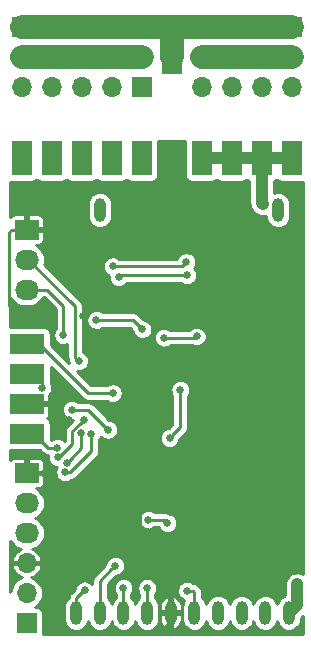
<source format=gbr>
G04 #@! TF.FileFunction,Copper,L2,Bot,Signal*
%FSLAX46Y46*%
G04 Gerber Fmt 4.6, Leading zero omitted, Abs format (unit mm)*
G04 Created by KiCad (PCBNEW (2016-11-06 revision 9ab7cfe)-master) date Tue Jan 10 10:26:56 2017*
%MOMM*%
%LPD*%
G01*
G04 APERTURE LIST*
%ADD10C,0.100000*%
%ADD11R,1.700000X1.700000*%
%ADD12O,1.700000X1.700000*%
%ADD13O,1.000000X2.000000*%
%ADD14R,1.727200X3.000000*%
%ADD15R,2.032000X1.727200*%
%ADD16O,2.032000X1.727200*%
%ADD17R,3.000000X1.727200*%
%ADD18C,0.635000*%
%ADD19C,0.800000*%
%ADD20C,0.254000*%
%ADD21C,1.000000*%
%ADD22C,2.000000*%
%ADD23C,0.250000*%
G04 APERTURE END LIST*
D10*
D11*
X94410000Y-105920000D03*
D12*
X94410000Y-103380000D03*
X94410000Y-100840000D03*
D13*
X98610000Y-105060000D03*
X100610000Y-105060000D03*
X102610000Y-105060000D03*
X104610000Y-105060000D03*
X106610000Y-105060000D03*
X108610000Y-105060000D03*
X110610000Y-105060000D03*
X112610000Y-105060000D03*
X114610000Y-105060000D03*
X116610000Y-105060000D03*
X100610000Y-70960000D03*
X115710000Y-70960000D03*
D11*
X104140000Y-55480000D03*
X104140000Y-60560000D03*
D12*
X104140000Y-58020000D03*
D11*
X109220000Y-55480000D03*
D12*
X109220000Y-58020000D03*
X109220000Y-60560000D03*
D11*
X111760000Y-55480000D03*
D12*
X111760000Y-58020000D03*
X111760000Y-60560000D03*
D11*
X114300000Y-55480000D03*
D12*
X114300000Y-58020000D03*
X114300000Y-60560000D03*
D11*
X101600000Y-55480000D03*
D12*
X101600000Y-58020000D03*
X101600000Y-60560000D03*
D11*
X99060000Y-55480000D03*
D12*
X99060000Y-58020000D03*
X99060000Y-60560000D03*
D11*
X96520000Y-55480000D03*
D12*
X96520000Y-58020000D03*
X96520000Y-60560000D03*
D11*
X93980000Y-55480000D03*
D12*
X93980000Y-58020000D03*
X93980000Y-60560000D03*
D11*
X116840000Y-55480000D03*
D12*
X116840000Y-58020000D03*
X116840000Y-60560000D03*
D14*
X106680000Y-58020000D03*
D15*
X94410000Y-93220000D03*
D16*
X94410000Y-95760000D03*
X94410000Y-98300000D03*
D14*
X106680000Y-66548000D03*
X104140000Y-66548000D03*
D16*
X94410000Y-77700000D03*
X94410000Y-75160000D03*
D15*
X94410000Y-72620000D03*
D17*
X94410000Y-89900000D03*
X94410000Y-87360000D03*
X94410000Y-84820000D03*
X94410000Y-82280000D03*
D14*
X109220000Y-66548000D03*
X111760000Y-66548000D03*
X114300000Y-66548000D03*
X116840000Y-66548000D03*
X93980000Y-66548000D03*
X96520000Y-66548000D03*
X99060000Y-66548000D03*
X101600000Y-66548000D03*
D18*
X102210000Y-76660000D03*
X108010000Y-76460000D03*
X101709241Y-75722547D03*
X107919960Y-75369960D03*
X106510000Y-90260000D03*
X106332310Y-97460000D03*
X104710000Y-97160000D03*
D19*
X117310000Y-102660000D03*
D18*
X108810000Y-81660000D03*
X104210000Y-81060000D03*
X106010000Y-81760000D03*
X100310000Y-80259998D03*
X107410000Y-86160000D03*
X105160000Y-78560000D03*
D19*
X109210000Y-79560000D03*
X116796000Y-73360000D03*
D18*
X103410000Y-84960000D03*
X104210000Y-93160000D03*
X104307693Y-94837690D03*
X104810000Y-99360000D03*
X110410000Y-102560000D03*
X93710000Y-79960000D03*
X100672460Y-83551349D03*
X105710000Y-102960000D03*
X97810000Y-75060000D03*
X105710000Y-106660000D03*
X114810000Y-95785000D03*
X97991644Y-88760000D03*
X104310000Y-73810000D03*
X103410000Y-89960000D03*
X114210000Y-91159998D03*
X99210000Y-79960016D03*
X111410002Y-84760000D03*
X104410000Y-85887690D03*
X109410000Y-91560000D03*
X111810000Y-87560000D03*
X114210000Y-86960000D03*
X94410000Y-87360000D03*
X94310000Y-81960000D03*
X101710000Y-86460000D03*
X99236256Y-88722229D03*
X97047927Y-91877317D03*
X97510000Y-81560002D03*
X98837690Y-83760000D03*
X95714688Y-86001076D03*
X97021827Y-91064924D03*
X112511988Y-105106314D03*
X110464453Y-104914121D03*
X114635197Y-104482310D03*
X102610000Y-102959990D03*
X107994961Y-103175041D03*
X104610012Y-102960000D03*
X101910000Y-101060000D03*
X99310000Y-103160000D03*
X97670237Y-93160000D03*
X99900052Y-89879650D03*
X97810124Y-92359316D03*
X99037876Y-89800689D03*
D19*
X114410000Y-70460000D03*
D18*
X101310000Y-89560000D03*
X98210000Y-87860000D03*
D20*
X102410000Y-76460000D02*
X102210000Y-76660000D01*
X108010000Y-76460000D02*
X102410000Y-76460000D01*
X102158253Y-75722547D02*
X101709241Y-75722547D01*
X107919960Y-75369960D02*
X107567373Y-75722547D01*
X107567373Y-75722547D02*
X102158253Y-75722547D01*
X107410000Y-86160000D02*
X107410000Y-89360000D01*
X106827499Y-89942501D02*
X106510000Y-90260000D01*
X107410000Y-89360000D02*
X106827499Y-89942501D01*
X104710000Y-97160000D02*
X106032310Y-97160000D01*
X106032310Y-97160000D02*
X106332310Y-97460000D01*
D21*
X116610000Y-105060000D02*
X117310000Y-104360000D01*
X117310000Y-104360000D02*
X117310000Y-103225685D01*
X117310000Y-103225685D02*
X117310000Y-102660000D01*
D20*
X108710000Y-81760000D02*
X108810000Y-81660000D01*
X106010000Y-81760000D02*
X108710000Y-81760000D01*
X103892501Y-80742501D02*
X104210000Y-81060000D01*
X100310000Y-80259998D02*
X103409998Y-80259998D01*
X103409998Y-80259998D02*
X103892501Y-80742501D01*
X108210000Y-78560000D02*
X109210000Y-79560000D01*
X105160000Y-78560000D02*
X108210000Y-78560000D01*
X94410000Y-72620000D02*
X93140000Y-72620000D01*
X92910000Y-79060000D02*
X93710000Y-79860000D01*
X93140000Y-72620000D02*
X92910000Y-72850000D01*
X92910000Y-72850000D02*
X92910000Y-79060000D01*
X93710000Y-79860000D02*
X93710000Y-79960000D01*
X103410000Y-89960000D02*
X103410000Y-84960000D01*
X96510000Y-74567600D02*
X97002400Y-75060000D01*
X94410000Y-72620000D02*
X95680000Y-72620000D01*
X96510000Y-73450000D02*
X96510000Y-74567600D01*
X95680000Y-72620000D02*
X96510000Y-73450000D01*
X103990194Y-98540194D02*
X103990194Y-95155189D01*
X103990194Y-95155189D02*
X104307693Y-94837690D01*
X104810000Y-99360000D02*
X103990194Y-98540194D01*
X104307693Y-94837690D02*
X104307693Y-93257693D01*
X104307693Y-93257693D02*
X104210000Y-93160000D01*
X110092501Y-102242501D02*
X110410000Y-102560000D01*
X106427499Y-102242501D02*
X110092501Y-102242501D01*
X105710000Y-102960000D02*
X106427499Y-102242501D01*
X106610000Y-105060000D02*
X106610000Y-103306000D01*
X106610000Y-103306000D02*
X106264000Y-102960000D01*
X106264000Y-102960000D02*
X105710000Y-102960000D01*
X97002400Y-75060000D02*
X97810000Y-75060000D01*
X106610000Y-105060000D02*
X106610000Y-105760000D01*
X106610000Y-105760000D02*
X105710000Y-106660000D01*
X94410000Y-82280000D02*
X94310000Y-82180000D01*
X94410000Y-82280000D02*
X95430000Y-82280000D01*
X95430000Y-82280000D02*
X99610000Y-86460000D01*
X99610000Y-86460000D02*
X101260988Y-86460000D01*
X101260988Y-86460000D02*
X101710000Y-86460000D01*
D22*
X106680000Y-55480000D02*
X104140000Y-55480000D01*
X106680000Y-55480000D02*
X109220000Y-55480000D01*
X106680000Y-58020000D02*
X106680000Y-55480000D01*
X104140000Y-55480000D02*
X101600000Y-55480000D01*
X96520000Y-55480000D02*
X93980000Y-55480000D01*
X99060000Y-55480000D02*
X96520000Y-55480000D01*
X99060000Y-55480000D02*
X101600000Y-55480000D01*
X111760000Y-55480000D02*
X109220000Y-55480000D01*
X114300000Y-55480000D02*
X111760000Y-55480000D01*
X116840000Y-55480000D02*
X114300000Y-55480000D01*
D20*
X98292501Y-90750332D02*
X98292501Y-89665984D01*
X97165516Y-91877317D02*
X98292501Y-90750332D01*
X97047927Y-91877317D02*
X97165516Y-91877317D01*
X98292501Y-89665984D02*
X98918757Y-89039728D01*
X98918757Y-89039728D02*
X99236256Y-88722229D01*
X94410000Y-77700000D02*
X96150000Y-77700000D01*
X96150000Y-77700000D02*
X97510000Y-79060000D01*
X97510000Y-79060000D02*
X97510000Y-81110990D01*
X97510000Y-81110990D02*
X97510000Y-81560002D01*
X98520191Y-79117791D02*
X98520191Y-83442501D01*
X94562400Y-75160000D02*
X98520191Y-79117791D01*
X94410000Y-75160000D02*
X94562400Y-75160000D01*
X98520191Y-83442501D02*
X98837690Y-83760000D01*
X94410000Y-84820000D02*
X94750000Y-85160000D01*
X94750000Y-85160000D02*
X95410000Y-85160000D01*
X95410000Y-85160000D02*
X95714688Y-85464688D01*
X95714688Y-85464688D02*
X95714688Y-86001076D01*
X95591076Y-86001076D02*
X95714688Y-86001076D01*
X96572815Y-91064924D02*
X97021827Y-91064924D01*
X96211324Y-91064924D02*
X96572815Y-91064924D01*
X95046400Y-89900000D02*
X96211324Y-91064924D01*
X94410000Y-89900000D02*
X95046400Y-89900000D01*
X112610000Y-105060000D02*
X112563686Y-105106314D01*
X112563686Y-105106314D02*
X112511988Y-105106314D01*
X110464453Y-105031324D02*
X110464453Y-104914121D01*
X110493129Y-105060000D02*
X110464453Y-105031324D01*
X110610000Y-105060000D02*
X110493129Y-105060000D01*
X114610000Y-105060000D02*
X114635197Y-105034803D01*
X114635197Y-104931322D02*
X114635197Y-104482310D01*
X114635197Y-105034803D02*
X114635197Y-104931322D01*
X102610000Y-105060000D02*
X102610000Y-102959990D01*
D22*
X104140000Y-58020000D02*
X101600000Y-58020000D01*
X99060000Y-58020000D02*
X101600000Y-58020000D01*
X96520000Y-58020000D02*
X99060000Y-58020000D01*
X93980000Y-58020000D02*
X96520000Y-58020000D01*
X114300000Y-58020000D02*
X116840000Y-58020000D01*
X111760000Y-58020000D02*
X114300000Y-58020000D01*
X109220000Y-58020000D02*
X111760000Y-58020000D01*
D20*
X108479041Y-103175041D02*
X108443973Y-103175041D01*
X108610000Y-103306000D02*
X108479041Y-103175041D01*
X108443973Y-103175041D02*
X107994961Y-103175041D01*
X108610000Y-105060000D02*
X108610000Y-103306000D01*
X104610000Y-105060000D02*
X104610000Y-102960012D01*
X104610000Y-102960012D02*
X104610012Y-102960000D01*
X101592501Y-101377499D02*
X101910000Y-101060000D01*
X100610000Y-102360000D02*
X101592501Y-101377499D01*
X100610000Y-105060000D02*
X100610000Y-102360000D01*
X99256000Y-103160000D02*
X99310000Y-103160000D01*
X98610000Y-103806000D02*
X99256000Y-103160000D01*
X98610000Y-105060000D02*
X98610000Y-103806000D01*
X99900052Y-91379197D02*
X98119249Y-93160000D01*
X99900052Y-89879650D02*
X99900052Y-91379197D01*
X98119249Y-93160000D02*
X97670237Y-93160000D01*
X99037876Y-89800689D02*
X99037876Y-91131564D01*
X99037876Y-91131564D02*
X98127623Y-92041817D01*
X98127623Y-92041817D02*
X97810124Y-92359316D01*
D21*
X114300000Y-66548000D02*
X114300000Y-70350000D01*
X114300000Y-70350000D02*
X114410000Y-70460000D01*
X111760000Y-66548000D02*
X109220000Y-66548000D01*
X114300000Y-66548000D02*
X111760000Y-66548000D01*
X116840000Y-66548000D02*
X114300000Y-66548000D01*
D20*
X99610000Y-87860000D02*
X100992501Y-89242501D01*
X98210000Y-87860000D02*
X99610000Y-87860000D01*
X100992501Y-89242501D02*
X101310000Y-89560000D01*
D23*
G36*
X107828860Y-68048000D02*
X107838997Y-68150918D01*
X107869017Y-68249881D01*
X107917767Y-68341086D01*
X107983373Y-68421027D01*
X108063314Y-68486633D01*
X108154519Y-68535383D01*
X108253482Y-68565403D01*
X108356400Y-68575540D01*
X110083600Y-68575540D01*
X110186518Y-68565403D01*
X110285481Y-68535383D01*
X110376686Y-68486633D01*
X110456627Y-68421027D01*
X110490000Y-68380362D01*
X110523373Y-68421027D01*
X110603314Y-68486633D01*
X110694519Y-68535383D01*
X110793482Y-68565403D01*
X110896400Y-68575540D01*
X112623600Y-68575540D01*
X112726518Y-68565403D01*
X112825481Y-68535383D01*
X112916686Y-68486633D01*
X112996627Y-68421027D01*
X113030000Y-68380362D01*
X113063373Y-68421027D01*
X113143314Y-68486633D01*
X113234519Y-68535383D01*
X113275000Y-68547663D01*
X113275000Y-70350000D01*
X113284242Y-70444253D01*
X113292492Y-70538550D01*
X113293995Y-70543722D01*
X113294521Y-70549090D01*
X113321894Y-70639755D01*
X113348302Y-70730653D01*
X113350783Y-70735438D01*
X113352340Y-70740597D01*
X113396784Y-70824184D01*
X113440363Y-70908255D01*
X113443726Y-70912468D01*
X113446256Y-70917226D01*
X113506104Y-70990607D01*
X113565167Y-71064594D01*
X113572561Y-71072091D01*
X113572690Y-71072250D01*
X113572837Y-71072372D01*
X113575216Y-71074784D01*
X113685215Y-71184784D01*
X113839797Y-71311759D01*
X114016097Y-71406290D01*
X114207401Y-71464777D01*
X114406422Y-71484993D01*
X114605579Y-71466168D01*
X114685000Y-71442491D01*
X114685000Y-71467379D01*
X114704521Y-71666469D01*
X114762340Y-71857976D01*
X114856256Y-72034605D01*
X114982690Y-72189629D01*
X115136827Y-72317143D01*
X115312797Y-72412289D01*
X115503895Y-72471444D01*
X115702844Y-72492354D01*
X115902066Y-72474223D01*
X116093972Y-72417742D01*
X116271252Y-72325062D01*
X116427155Y-72199713D01*
X116555741Y-72046470D01*
X116652114Y-71871169D01*
X116712601Y-71680488D01*
X116734900Y-71481690D01*
X116735000Y-71467379D01*
X116735000Y-70452621D01*
X116715479Y-70253531D01*
X116657660Y-70062024D01*
X116563744Y-69885395D01*
X116437310Y-69730371D01*
X116283173Y-69602857D01*
X116107203Y-69507711D01*
X115916105Y-69448556D01*
X115717156Y-69427646D01*
X115517934Y-69445777D01*
X115326028Y-69502258D01*
X115325000Y-69502795D01*
X115325000Y-68547663D01*
X115365481Y-68535383D01*
X115456686Y-68486633D01*
X115536627Y-68421027D01*
X115570000Y-68380362D01*
X115603373Y-68421027D01*
X115683314Y-68486633D01*
X115774519Y-68535383D01*
X115873482Y-68565403D01*
X115976400Y-68575540D01*
X117703600Y-68575540D01*
X117785000Y-68567522D01*
X117785000Y-101757154D01*
X117707203Y-101715090D01*
X117516105Y-101655935D01*
X117317156Y-101635025D01*
X117117934Y-101653156D01*
X116926028Y-101709637D01*
X116748748Y-101802317D01*
X116592845Y-101927666D01*
X116464259Y-102080909D01*
X116367886Y-102256210D01*
X116307399Y-102446891D01*
X116285100Y-102645689D01*
X116285000Y-102660000D01*
X116285000Y-103584902D01*
X116226028Y-103602258D01*
X116048748Y-103694938D01*
X115892845Y-103820287D01*
X115764259Y-103973530D01*
X115667886Y-104148831D01*
X115609370Y-104333298D01*
X115557660Y-104162024D01*
X115463744Y-103985395D01*
X115337310Y-103830371D01*
X115183173Y-103702857D01*
X115007203Y-103607711D01*
X114816105Y-103548556D01*
X114617156Y-103527646D01*
X114417934Y-103545777D01*
X114226028Y-103602258D01*
X114048748Y-103694938D01*
X113892845Y-103820287D01*
X113764259Y-103973530D01*
X113667886Y-104148831D01*
X113609370Y-104333298D01*
X113557660Y-104162024D01*
X113463744Y-103985395D01*
X113337310Y-103830371D01*
X113183173Y-103702857D01*
X113007203Y-103607711D01*
X112816105Y-103548556D01*
X112617156Y-103527646D01*
X112417934Y-103545777D01*
X112226028Y-103602258D01*
X112048748Y-103694938D01*
X111892845Y-103820287D01*
X111764259Y-103973530D01*
X111667886Y-104148831D01*
X111609370Y-104333298D01*
X111557660Y-104162024D01*
X111463744Y-103985395D01*
X111337310Y-103830371D01*
X111183173Y-103702857D01*
X111007203Y-103607711D01*
X110816105Y-103548556D01*
X110617156Y-103527646D01*
X110417934Y-103545777D01*
X110226028Y-103602258D01*
X110048748Y-103694938D01*
X109892845Y-103820287D01*
X109764259Y-103973530D01*
X109667886Y-104148831D01*
X109609370Y-104333298D01*
X109557660Y-104162024D01*
X109463744Y-103985395D01*
X109337310Y-103830371D01*
X109262000Y-103768069D01*
X109262000Y-103306000D01*
X109256122Y-103246047D01*
X109250874Y-103186063D01*
X109249918Y-103182771D01*
X109249583Y-103179359D01*
X109232180Y-103121717D01*
X109215373Y-103063868D01*
X109213795Y-103060823D01*
X109212804Y-103057542D01*
X109184530Y-103004367D01*
X109156813Y-102950895D01*
X109154675Y-102948216D01*
X109153065Y-102945189D01*
X109114982Y-102898494D01*
X109077425Y-102851448D01*
X109072720Y-102846676D01*
X109072640Y-102846578D01*
X109072550Y-102846503D01*
X109071034Y-102844966D01*
X108940075Y-102714007D01*
X108893476Y-102675731D01*
X108847399Y-102637067D01*
X108844397Y-102635417D01*
X108841746Y-102633239D01*
X108788649Y-102604769D01*
X108735891Y-102575765D01*
X108732623Y-102574728D01*
X108729601Y-102573108D01*
X108671975Y-102555490D01*
X108614599Y-102537289D01*
X108611195Y-102536907D01*
X108607914Y-102535904D01*
X108547952Y-102529813D01*
X108540815Y-102529013D01*
X108534589Y-102522743D01*
X108397613Y-102430352D01*
X108245300Y-102366325D01*
X108083452Y-102333103D01*
X107918234Y-102331949D01*
X107755937Y-102362909D01*
X107602746Y-102424802D01*
X107464493Y-102515272D01*
X107346446Y-102630872D01*
X107253101Y-102767200D01*
X107188013Y-102919062D01*
X107153661Y-103080674D01*
X107151354Y-103245881D01*
X107181180Y-103408389D01*
X107242002Y-103562009D01*
X107331505Y-103700890D01*
X107446278Y-103819741D01*
X107581951Y-103914036D01*
X107733355Y-103980183D01*
X107757663Y-103985528D01*
X107667886Y-104148831D01*
X107607399Y-104339512D01*
X107585100Y-104538310D01*
X107585000Y-104552621D01*
X107585000Y-105567379D01*
X107604521Y-105766469D01*
X107662340Y-105957976D01*
X107756256Y-106134605D01*
X107882690Y-106289629D01*
X108036827Y-106417143D01*
X108212797Y-106512289D01*
X108403895Y-106571444D01*
X108602844Y-106592354D01*
X108802066Y-106574223D01*
X108993972Y-106517742D01*
X109171252Y-106425062D01*
X109327155Y-106299713D01*
X109455741Y-106146470D01*
X109552114Y-105971169D01*
X109610630Y-105786702D01*
X109662340Y-105957976D01*
X109756256Y-106134605D01*
X109882690Y-106289629D01*
X110036827Y-106417143D01*
X110212797Y-106512289D01*
X110403895Y-106571444D01*
X110602844Y-106592354D01*
X110802066Y-106574223D01*
X110993972Y-106517742D01*
X111171252Y-106425062D01*
X111327155Y-106299713D01*
X111455741Y-106146470D01*
X111552114Y-105971169D01*
X111610630Y-105786702D01*
X111662340Y-105957976D01*
X111756256Y-106134605D01*
X111882690Y-106289629D01*
X112036827Y-106417143D01*
X112212797Y-106512289D01*
X112403895Y-106571444D01*
X112602844Y-106592354D01*
X112802066Y-106574223D01*
X112993972Y-106517742D01*
X113171252Y-106425062D01*
X113327155Y-106299713D01*
X113455741Y-106146470D01*
X113552114Y-105971169D01*
X113610630Y-105786702D01*
X113662340Y-105957976D01*
X113756256Y-106134605D01*
X113882690Y-106289629D01*
X114036827Y-106417143D01*
X114212797Y-106512289D01*
X114403895Y-106571444D01*
X114602844Y-106592354D01*
X114802066Y-106574223D01*
X114993972Y-106517742D01*
X115171252Y-106425062D01*
X115327155Y-106299713D01*
X115455741Y-106146470D01*
X115552114Y-105971169D01*
X115610630Y-105786702D01*
X115662340Y-105957976D01*
X115756256Y-106134605D01*
X115882690Y-106289629D01*
X116036827Y-106417143D01*
X116212797Y-106512289D01*
X116403895Y-106571444D01*
X116602844Y-106592354D01*
X116802066Y-106574223D01*
X116993972Y-106517742D01*
X117171252Y-106425062D01*
X117327155Y-106299713D01*
X117455741Y-106146470D01*
X117552114Y-105971169D01*
X117612601Y-105780488D01*
X117634900Y-105581690D01*
X117635000Y-105567379D01*
X117635000Y-105484568D01*
X117785000Y-105334569D01*
X117785000Y-106835000D01*
X95781138Y-106835000D01*
X95787540Y-106770000D01*
X95787540Y-105070000D01*
X95777403Y-104967082D01*
X95747383Y-104868119D01*
X95698633Y-104776914D01*
X95633027Y-104696973D01*
X95553086Y-104631367D01*
X95461881Y-104582617D01*
X95362998Y-104552621D01*
X97585000Y-104552621D01*
X97585000Y-105567379D01*
X97604521Y-105766469D01*
X97662340Y-105957976D01*
X97756256Y-106134605D01*
X97882690Y-106289629D01*
X98036827Y-106417143D01*
X98212797Y-106512289D01*
X98403895Y-106571444D01*
X98602844Y-106592354D01*
X98802066Y-106574223D01*
X98993972Y-106517742D01*
X99171252Y-106425062D01*
X99327155Y-106299713D01*
X99455741Y-106146470D01*
X99552114Y-105971169D01*
X99610630Y-105786702D01*
X99662340Y-105957976D01*
X99756256Y-106134605D01*
X99882690Y-106289629D01*
X100036827Y-106417143D01*
X100212797Y-106512289D01*
X100403895Y-106571444D01*
X100602844Y-106592354D01*
X100802066Y-106574223D01*
X100993972Y-106517742D01*
X101171252Y-106425062D01*
X101327155Y-106299713D01*
X101455741Y-106146470D01*
X101552114Y-105971169D01*
X101610630Y-105786702D01*
X101662340Y-105957976D01*
X101756256Y-106134605D01*
X101882690Y-106289629D01*
X102036827Y-106417143D01*
X102212797Y-106512289D01*
X102403895Y-106571444D01*
X102602844Y-106592354D01*
X102802066Y-106574223D01*
X102993972Y-106517742D01*
X103171252Y-106425062D01*
X103327155Y-106299713D01*
X103455741Y-106146470D01*
X103552114Y-105971169D01*
X103610630Y-105786702D01*
X103662340Y-105957976D01*
X103756256Y-106134605D01*
X103882690Y-106289629D01*
X104036827Y-106417143D01*
X104212797Y-106512289D01*
X104403895Y-106571444D01*
X104602844Y-106592354D01*
X104802066Y-106574223D01*
X104993972Y-106517742D01*
X105171252Y-106425062D01*
X105327155Y-106299713D01*
X105455741Y-106146470D01*
X105552114Y-105971169D01*
X105612601Y-105780488D01*
X105634900Y-105581690D01*
X105635000Y-105567379D01*
X105635000Y-105185000D01*
X105685000Y-105185000D01*
X105685000Y-105685000D01*
X105727160Y-105863057D01*
X105803247Y-106029467D01*
X105910337Y-106177836D01*
X106044315Y-106302462D01*
X106200032Y-106398555D01*
X106343164Y-106445677D01*
X106485000Y-106369152D01*
X106485000Y-105185000D01*
X106735000Y-105185000D01*
X106735000Y-106369152D01*
X106876836Y-106445677D01*
X107019968Y-106398555D01*
X107175685Y-106302462D01*
X107309663Y-106177836D01*
X107416753Y-106029467D01*
X107492840Y-105863057D01*
X107535000Y-105685000D01*
X107535000Y-105185000D01*
X106735000Y-105185000D01*
X106485000Y-105185000D01*
X105685000Y-105185000D01*
X105635000Y-105185000D01*
X105635000Y-104552621D01*
X105623468Y-104435000D01*
X105685000Y-104435000D01*
X105685000Y-104935000D01*
X106485000Y-104935000D01*
X106485000Y-103750848D01*
X106735000Y-103750848D01*
X106735000Y-104935000D01*
X107535000Y-104935000D01*
X107535000Y-104435000D01*
X107492840Y-104256943D01*
X107416753Y-104090533D01*
X107309663Y-103942164D01*
X107175685Y-103817538D01*
X107019968Y-103721445D01*
X106876836Y-103674323D01*
X106735000Y-103750848D01*
X106485000Y-103750848D01*
X106343164Y-103674323D01*
X106200032Y-103721445D01*
X106044315Y-103817538D01*
X105910337Y-103942164D01*
X105803247Y-104090533D01*
X105727160Y-104256943D01*
X105685000Y-104435000D01*
X105623468Y-104435000D01*
X105615479Y-104353531D01*
X105557660Y-104162024D01*
X105463744Y-103985395D01*
X105337310Y-103830371D01*
X105262000Y-103768069D01*
X105262000Y-103497387D01*
X105346106Y-103378159D01*
X105413308Y-103227221D01*
X105449912Y-103066104D01*
X105452548Y-102877389D01*
X105420456Y-102715313D01*
X105357494Y-102562557D01*
X105266061Y-102424939D01*
X105149640Y-102307702D01*
X105012664Y-102215311D01*
X104860351Y-102151284D01*
X104698503Y-102118062D01*
X104533285Y-102116908D01*
X104370988Y-102147868D01*
X104217797Y-102209761D01*
X104079544Y-102300231D01*
X103961497Y-102415831D01*
X103868152Y-102552159D01*
X103803064Y-102704021D01*
X103768712Y-102865633D01*
X103766405Y-103030840D01*
X103796231Y-103193348D01*
X103857053Y-103346968D01*
X103946556Y-103485849D01*
X103958000Y-103497700D01*
X103958000Y-103767901D01*
X103892845Y-103820287D01*
X103764259Y-103973530D01*
X103667886Y-104148831D01*
X103609370Y-104333298D01*
X103557660Y-104162024D01*
X103463744Y-103985395D01*
X103337310Y-103830371D01*
X103262000Y-103768069D01*
X103262000Y-103497360D01*
X103346094Y-103378149D01*
X103413296Y-103227211D01*
X103449900Y-103066094D01*
X103452536Y-102877379D01*
X103420444Y-102715303D01*
X103357482Y-102562547D01*
X103266049Y-102424929D01*
X103149628Y-102307692D01*
X103012652Y-102215301D01*
X102860339Y-102151274D01*
X102698491Y-102118052D01*
X102533273Y-102116898D01*
X102370976Y-102147858D01*
X102217785Y-102209751D01*
X102079532Y-102300221D01*
X101961485Y-102415821D01*
X101868140Y-102552149D01*
X101803052Y-102704011D01*
X101768700Y-102865623D01*
X101766393Y-103030830D01*
X101796219Y-103193338D01*
X101857041Y-103346958D01*
X101946544Y-103485839D01*
X101958000Y-103497702D01*
X101958000Y-103767901D01*
X101892845Y-103820287D01*
X101764259Y-103973530D01*
X101667886Y-104148831D01*
X101609370Y-104333298D01*
X101557660Y-104162024D01*
X101463744Y-103985395D01*
X101337310Y-103830371D01*
X101262000Y-103768069D01*
X101262000Y-102630068D01*
X101990777Y-101901290D01*
X102137661Y-101875390D01*
X102291702Y-101815642D01*
X102431204Y-101727111D01*
X102550854Y-101613170D01*
X102646094Y-101478159D01*
X102713296Y-101327221D01*
X102749900Y-101166104D01*
X102752536Y-100977389D01*
X102720444Y-100815313D01*
X102657482Y-100662557D01*
X102566049Y-100524939D01*
X102449628Y-100407702D01*
X102312652Y-100315311D01*
X102160339Y-100251284D01*
X101998491Y-100218062D01*
X101833273Y-100216908D01*
X101670976Y-100247868D01*
X101517785Y-100309761D01*
X101379532Y-100400231D01*
X101261485Y-100515831D01*
X101168140Y-100652159D01*
X101103052Y-100804021D01*
X101068700Y-100965633D01*
X101068507Y-100979426D01*
X100148966Y-101898966D01*
X100110690Y-101945565D01*
X100072026Y-101991642D01*
X100070376Y-101994644D01*
X100068198Y-101997295D01*
X100039728Y-102050392D01*
X100010724Y-102103150D01*
X100009687Y-102106418D01*
X100008067Y-102109440D01*
X99990449Y-102167066D01*
X99972248Y-102224442D01*
X99971866Y-102227846D01*
X99970863Y-102231127D01*
X99964772Y-102291089D01*
X99958064Y-102350897D01*
X99958017Y-102357598D01*
X99958004Y-102357725D01*
X99958015Y-102357843D01*
X99958000Y-102360000D01*
X99958000Y-102616834D01*
X99849628Y-102507702D01*
X99712652Y-102415311D01*
X99560339Y-102351284D01*
X99398491Y-102318062D01*
X99233273Y-102316908D01*
X99070976Y-102347868D01*
X98917785Y-102409761D01*
X98779532Y-102500231D01*
X98661485Y-102615831D01*
X98568140Y-102752159D01*
X98503052Y-102904021D01*
X98479606Y-103014326D01*
X98148966Y-103344966D01*
X98110690Y-103391565D01*
X98072026Y-103437642D01*
X98070376Y-103440644D01*
X98068198Y-103443295D01*
X98039728Y-103496392D01*
X98010724Y-103549150D01*
X98009687Y-103552418D01*
X98008067Y-103555440D01*
X97990449Y-103613066D01*
X97972248Y-103670442D01*
X97971866Y-103673846D01*
X97970863Y-103677127D01*
X97964772Y-103737089D01*
X97961645Y-103764970D01*
X97892845Y-103820287D01*
X97764259Y-103973530D01*
X97667886Y-104148831D01*
X97607399Y-104339512D01*
X97585100Y-104538310D01*
X97585000Y-104552621D01*
X95362998Y-104552621D01*
X95362918Y-104552597D01*
X95260000Y-104542460D01*
X95145231Y-104542460D01*
X95177566Y-104525267D01*
X95385525Y-104355660D01*
X95556580Y-104148890D01*
X95684215Y-103912834D01*
X95763569Y-103656482D01*
X95791619Y-103389599D01*
X95767298Y-103122351D01*
X95691531Y-102864916D01*
X95567204Y-102627101D01*
X95399053Y-102417963D01*
X95193483Y-102245469D01*
X94958323Y-102116189D01*
X94774666Y-102057929D01*
X94966449Y-101987172D01*
X95179559Y-101856572D01*
X95363095Y-101686905D01*
X95510005Y-101484692D01*
X95614642Y-101257704D01*
X95643682Y-101161954D01*
X95572046Y-100965000D01*
X94535000Y-100965000D01*
X94535000Y-100985000D01*
X94285000Y-100985000D01*
X94285000Y-100965000D01*
X93247954Y-100965000D01*
X93176318Y-101161954D01*
X93205358Y-101257704D01*
X93309995Y-101484692D01*
X93456905Y-101686905D01*
X93640441Y-101856572D01*
X93853551Y-101987172D01*
X94046399Y-102058322D01*
X93879375Y-102108749D01*
X93642434Y-102234733D01*
X93434475Y-102404340D01*
X93263420Y-102611110D01*
X93135785Y-102847166D01*
X93056431Y-103103518D01*
X93035000Y-103307424D01*
X93035000Y-98958560D01*
X93088213Y-99060346D01*
X93258027Y-99271553D01*
X93465631Y-99445753D01*
X93703116Y-99576311D01*
X93953813Y-99655837D01*
X93853551Y-99692828D01*
X93640441Y-99823428D01*
X93456905Y-99993095D01*
X93309995Y-100195308D01*
X93205358Y-100422296D01*
X93176318Y-100518046D01*
X93247954Y-100715000D01*
X94285000Y-100715000D01*
X94285000Y-100695000D01*
X94535000Y-100695000D01*
X94535000Y-100715000D01*
X95572046Y-100715000D01*
X95643682Y-100518046D01*
X95614642Y-100422296D01*
X95510005Y-100195308D01*
X95363095Y-99993095D01*
X95179559Y-99823428D01*
X94966449Y-99692828D01*
X94863624Y-99654892D01*
X95099010Y-99583825D01*
X95338296Y-99456594D01*
X95548311Y-99285310D01*
X95721058Y-99076495D01*
X95849955Y-98838104D01*
X95930094Y-98579217D01*
X95958422Y-98309694D01*
X95933860Y-98039802D01*
X95857344Y-97779821D01*
X95731787Y-97539654D01*
X95561973Y-97328447D01*
X95445650Y-97230840D01*
X103866393Y-97230840D01*
X103896219Y-97393348D01*
X103957041Y-97546968D01*
X104046544Y-97685849D01*
X104161317Y-97804700D01*
X104296990Y-97898995D01*
X104448394Y-97965142D01*
X104609762Y-98000621D01*
X104774948Y-98004081D01*
X104937661Y-97975390D01*
X105091702Y-97915642D01*
X105231204Y-97827111D01*
X105247072Y-97812000D01*
X105565506Y-97812000D01*
X105579351Y-97846968D01*
X105668854Y-97985849D01*
X105783627Y-98104700D01*
X105919300Y-98198995D01*
X106070704Y-98265142D01*
X106232072Y-98300621D01*
X106397258Y-98304081D01*
X106559971Y-98275390D01*
X106714012Y-98215642D01*
X106853514Y-98127111D01*
X106973164Y-98013170D01*
X107068404Y-97878159D01*
X107135606Y-97727221D01*
X107172210Y-97566104D01*
X107174846Y-97377389D01*
X107142754Y-97215313D01*
X107079792Y-97062557D01*
X106988359Y-96924939D01*
X106871938Y-96807702D01*
X106734962Y-96715311D01*
X106582649Y-96651284D01*
X106420801Y-96618062D01*
X106394418Y-96617878D01*
X106341918Y-96589728D01*
X106289160Y-96560724D01*
X106285892Y-96559687D01*
X106282870Y-96558067D01*
X106225244Y-96540449D01*
X106167868Y-96522248D01*
X106164464Y-96521866D01*
X106161183Y-96520863D01*
X106101221Y-96514772D01*
X106041413Y-96508064D01*
X106034712Y-96508017D01*
X106034585Y-96508004D01*
X106034467Y-96508015D01*
X106032310Y-96508000D01*
X105249924Y-96508000D01*
X105249628Y-96507702D01*
X105112652Y-96415311D01*
X104960339Y-96351284D01*
X104798491Y-96318062D01*
X104633273Y-96316908D01*
X104470976Y-96347868D01*
X104317785Y-96409761D01*
X104179532Y-96500231D01*
X104061485Y-96615831D01*
X103968140Y-96752159D01*
X103903052Y-96904021D01*
X103868700Y-97065633D01*
X103866393Y-97230840D01*
X95445650Y-97230840D01*
X95354369Y-97154247D01*
X95126715Y-97029094D01*
X95338296Y-96916594D01*
X95548311Y-96745310D01*
X95721058Y-96536495D01*
X95849955Y-96298104D01*
X95930094Y-96039217D01*
X95958422Y-95769694D01*
X95933860Y-95499802D01*
X95857344Y-95239821D01*
X95731787Y-94999654D01*
X95561973Y-94788447D01*
X95354369Y-94614247D01*
X95162197Y-94508600D01*
X95467859Y-94508600D01*
X95549968Y-94492267D01*
X95627313Y-94460230D01*
X95696922Y-94413719D01*
X95756119Y-94354522D01*
X95802630Y-94284913D01*
X95834668Y-94207568D01*
X95851000Y-94125459D01*
X95851000Y-93451250D01*
X95744750Y-93345000D01*
X94535000Y-93345000D01*
X94535000Y-93365000D01*
X94285000Y-93365000D01*
X94285000Y-93345000D01*
X94265000Y-93345000D01*
X94265000Y-93095000D01*
X94285000Y-93095000D01*
X94285000Y-92037650D01*
X94535000Y-92037650D01*
X94535000Y-93095000D01*
X95744750Y-93095000D01*
X95851000Y-92988750D01*
X95851000Y-92314541D01*
X95834668Y-92232432D01*
X95802630Y-92155087D01*
X95756119Y-92085478D01*
X95696922Y-92026281D01*
X95627313Y-91979770D01*
X95549968Y-91947733D01*
X95467859Y-91931400D01*
X94641250Y-91931400D01*
X94535000Y-92037650D01*
X94285000Y-92037650D01*
X94178750Y-91931400D01*
X93352141Y-91931400D01*
X93270032Y-91947733D01*
X93192687Y-91979770D01*
X93123078Y-92026281D01*
X93063881Y-92085478D01*
X93035000Y-92128702D01*
X93035000Y-91291140D01*
X95515473Y-91291140D01*
X95750290Y-91525957D01*
X95796859Y-91564209D01*
X95842966Y-91602898D01*
X95845968Y-91604548D01*
X95848619Y-91606726D01*
X95901735Y-91635207D01*
X95954474Y-91664200D01*
X95957740Y-91665236D01*
X95960763Y-91666857D01*
X96018404Y-91684480D01*
X96075766Y-91702676D01*
X96079170Y-91703058D01*
X96082451Y-91704061D01*
X96142417Y-91710152D01*
X96202221Y-91716860D01*
X96208921Y-91716907D01*
X96209048Y-91716920D01*
X96209166Y-91716909D01*
X96211324Y-91716924D01*
X96220661Y-91716924D01*
X96206627Y-91782950D01*
X96204320Y-91948157D01*
X96234146Y-92110665D01*
X96294968Y-92264285D01*
X96384471Y-92403166D01*
X96499244Y-92522017D01*
X96634917Y-92616312D01*
X96786321Y-92682459D01*
X96947689Y-92717938D01*
X96951750Y-92718023D01*
X96928377Y-92752159D01*
X96863289Y-92904021D01*
X96828937Y-93065633D01*
X96826630Y-93230840D01*
X96856456Y-93393348D01*
X96917278Y-93546968D01*
X97006781Y-93685849D01*
X97121554Y-93804700D01*
X97257227Y-93898995D01*
X97408631Y-93965142D01*
X97569999Y-94000621D01*
X97735185Y-94004081D01*
X97897898Y-93975390D01*
X98051939Y-93915642D01*
X98191441Y-93827111D01*
X98216950Y-93802819D01*
X98239186Y-93800874D01*
X98242478Y-93799918D01*
X98245890Y-93799583D01*
X98303532Y-93782180D01*
X98361381Y-93765373D01*
X98364426Y-93763795D01*
X98367707Y-93762804D01*
X98420882Y-93734530D01*
X98474354Y-93706813D01*
X98477033Y-93704675D01*
X98480060Y-93703065D01*
X98526755Y-93664982D01*
X98573801Y-93627425D01*
X98578573Y-93622720D01*
X98578671Y-93622640D01*
X98578746Y-93622550D01*
X98580283Y-93621034D01*
X100361086Y-91840230D01*
X100399342Y-91793657D01*
X100438026Y-91747555D01*
X100439676Y-91744553D01*
X100441854Y-91741902D01*
X100470324Y-91688805D01*
X100499328Y-91636047D01*
X100500365Y-91632779D01*
X100501985Y-91629757D01*
X100519603Y-91572131D01*
X100537804Y-91514755D01*
X100538186Y-91511351D01*
X100539189Y-91508070D01*
X100545280Y-91448108D01*
X100551988Y-91388300D01*
X100552035Y-91381599D01*
X100552048Y-91381472D01*
X100552037Y-91381354D01*
X100552052Y-91379197D01*
X100552052Y-90417020D01*
X100636146Y-90297809D01*
X100703348Y-90146871D01*
X100703753Y-90145090D01*
X100761317Y-90204700D01*
X100896990Y-90298995D01*
X101048394Y-90365142D01*
X101209762Y-90400621D01*
X101374948Y-90404081D01*
X101537661Y-90375390D01*
X101652518Y-90330840D01*
X105666393Y-90330840D01*
X105696219Y-90493348D01*
X105757041Y-90646968D01*
X105846544Y-90785849D01*
X105961317Y-90904700D01*
X106096990Y-90998995D01*
X106248394Y-91065142D01*
X106409762Y-91100621D01*
X106574948Y-91104081D01*
X106737661Y-91075390D01*
X106891702Y-91015642D01*
X107031204Y-90927111D01*
X107150854Y-90813170D01*
X107246094Y-90678159D01*
X107313296Y-90527221D01*
X107349900Y-90366104D01*
X107350239Y-90341829D01*
X107871034Y-89821033D01*
X107909290Y-89774460D01*
X107947974Y-89728358D01*
X107949624Y-89725356D01*
X107951802Y-89722705D01*
X107980272Y-89669608D01*
X108009276Y-89616850D01*
X108010313Y-89613582D01*
X108011933Y-89610560D01*
X108029551Y-89552934D01*
X108047752Y-89495558D01*
X108048134Y-89492154D01*
X108049137Y-89488873D01*
X108055228Y-89428911D01*
X108061936Y-89369103D01*
X108061983Y-89362402D01*
X108061996Y-89362275D01*
X108061985Y-89362157D01*
X108062000Y-89360000D01*
X108062000Y-86697370D01*
X108146094Y-86578159D01*
X108213296Y-86427221D01*
X108249900Y-86266104D01*
X108252536Y-86077389D01*
X108220444Y-85915313D01*
X108157482Y-85762557D01*
X108066049Y-85624939D01*
X107949628Y-85507702D01*
X107812652Y-85415311D01*
X107660339Y-85351284D01*
X107498491Y-85318062D01*
X107333273Y-85316908D01*
X107170976Y-85347868D01*
X107017785Y-85409761D01*
X106879532Y-85500231D01*
X106761485Y-85615831D01*
X106668140Y-85752159D01*
X106603052Y-85904021D01*
X106568700Y-86065633D01*
X106566393Y-86230840D01*
X106596219Y-86393348D01*
X106657041Y-86546968D01*
X106746544Y-86685849D01*
X106758000Y-86697712D01*
X106758000Y-89089933D01*
X106430494Y-89417438D01*
X106270976Y-89447868D01*
X106117785Y-89509761D01*
X105979532Y-89600231D01*
X105861485Y-89715831D01*
X105768140Y-89852159D01*
X105703052Y-90004021D01*
X105668700Y-90165633D01*
X105666393Y-90330840D01*
X101652518Y-90330840D01*
X101691702Y-90315642D01*
X101831204Y-90227111D01*
X101950854Y-90113170D01*
X102046094Y-89978159D01*
X102113296Y-89827221D01*
X102149900Y-89666104D01*
X102152536Y-89477389D01*
X102120444Y-89315313D01*
X102057482Y-89162557D01*
X101966049Y-89024939D01*
X101849628Y-88907702D01*
X101712652Y-88815311D01*
X101560339Y-88751284D01*
X101398491Y-88718062D01*
X101390070Y-88718003D01*
X100071034Y-87398966D01*
X100024435Y-87360690D01*
X99978358Y-87322026D01*
X99975356Y-87320376D01*
X99972705Y-87318198D01*
X99919608Y-87289728D01*
X99866850Y-87260724D01*
X99863582Y-87259687D01*
X99860560Y-87258067D01*
X99802934Y-87240449D01*
X99745558Y-87222248D01*
X99742154Y-87221866D01*
X99738873Y-87220863D01*
X99678911Y-87214772D01*
X99619103Y-87208064D01*
X99612402Y-87208017D01*
X99612275Y-87208004D01*
X99612157Y-87208015D01*
X99610000Y-87208000D01*
X98749924Y-87208000D01*
X98749628Y-87207702D01*
X98612652Y-87115311D01*
X98460339Y-87051284D01*
X98298491Y-87018062D01*
X98133273Y-87016908D01*
X97970976Y-87047868D01*
X97817785Y-87109761D01*
X97679532Y-87200231D01*
X97561485Y-87315831D01*
X97468140Y-87452159D01*
X97403052Y-87604021D01*
X97368700Y-87765633D01*
X97366393Y-87930840D01*
X97396219Y-88093348D01*
X97457041Y-88246968D01*
X97546544Y-88385849D01*
X97661317Y-88504700D01*
X97796990Y-88598995D01*
X97948394Y-88665142D01*
X98109762Y-88700621D01*
X98274948Y-88704081D01*
X98344622Y-88691795D01*
X97831467Y-89204950D01*
X97793191Y-89251549D01*
X97754527Y-89297626D01*
X97752877Y-89300628D01*
X97750699Y-89303279D01*
X97722229Y-89356376D01*
X97693225Y-89409134D01*
X97692188Y-89412402D01*
X97690568Y-89415424D01*
X97672950Y-89473050D01*
X97654749Y-89530426D01*
X97654367Y-89533830D01*
X97653364Y-89537111D01*
X97647273Y-89597073D01*
X97640565Y-89656881D01*
X97640518Y-89663582D01*
X97640505Y-89663709D01*
X97640516Y-89663827D01*
X97640501Y-89665984D01*
X97640501Y-90480265D01*
X97634541Y-90486225D01*
X97561455Y-90412626D01*
X97424479Y-90320235D01*
X97272166Y-90256208D01*
X97110318Y-90222986D01*
X96945100Y-90221832D01*
X96782803Y-90252792D01*
X96629612Y-90314685D01*
X96491359Y-90405155D01*
X96483426Y-90412924D01*
X96481391Y-90412924D01*
X96437540Y-90369073D01*
X96437540Y-89036400D01*
X96427403Y-88933482D01*
X96397383Y-88834519D01*
X96348633Y-88743314D01*
X96283027Y-88663373D01*
X96203086Y-88597767D01*
X96154148Y-88571609D01*
X96180922Y-88553719D01*
X96240119Y-88494522D01*
X96286630Y-88424913D01*
X96318668Y-88347568D01*
X96335000Y-88265459D01*
X96335000Y-87591250D01*
X96228750Y-87485000D01*
X94535000Y-87485000D01*
X94535000Y-87505000D01*
X94285000Y-87505000D01*
X94285000Y-87485000D01*
X94265000Y-87485000D01*
X94265000Y-87235000D01*
X94285000Y-87235000D01*
X94285000Y-87215000D01*
X94535000Y-87215000D01*
X94535000Y-87235000D01*
X96228750Y-87235000D01*
X96335000Y-87128750D01*
X96335000Y-86573808D01*
X96355542Y-86554246D01*
X96450782Y-86419235D01*
X96517984Y-86268297D01*
X96554588Y-86107180D01*
X96557224Y-85918465D01*
X96525132Y-85756389D01*
X96462170Y-85603633D01*
X96437540Y-85566562D01*
X96437540Y-84209608D01*
X99148967Y-86921034D01*
X99195540Y-86959290D01*
X99241642Y-86997974D01*
X99244644Y-86999624D01*
X99247295Y-87001802D01*
X99300392Y-87030272D01*
X99353150Y-87059276D01*
X99356418Y-87060313D01*
X99359440Y-87061933D01*
X99417066Y-87079551D01*
X99474442Y-87097752D01*
X99477846Y-87098134D01*
X99481127Y-87099137D01*
X99541133Y-87105233D01*
X99600897Y-87111936D01*
X99607588Y-87111983D01*
X99607725Y-87111997D01*
X99607853Y-87111985D01*
X99610000Y-87112000D01*
X101171820Y-87112000D01*
X101296990Y-87198995D01*
X101448394Y-87265142D01*
X101609762Y-87300621D01*
X101774948Y-87304081D01*
X101937661Y-87275390D01*
X102091702Y-87215642D01*
X102231204Y-87127111D01*
X102350854Y-87013170D01*
X102446094Y-86878159D01*
X102513296Y-86727221D01*
X102549900Y-86566104D01*
X102552536Y-86377389D01*
X102520444Y-86215313D01*
X102457482Y-86062557D01*
X102366049Y-85924939D01*
X102249628Y-85807702D01*
X102112652Y-85715311D01*
X101960339Y-85651284D01*
X101798491Y-85618062D01*
X101633273Y-85616908D01*
X101470976Y-85647868D01*
X101317785Y-85709761D01*
X101179532Y-85800231D01*
X101171599Y-85808000D01*
X99880067Y-85808000D01*
X98654436Y-84582369D01*
X98737452Y-84600621D01*
X98902638Y-84604081D01*
X99065351Y-84575390D01*
X99219392Y-84515642D01*
X99358894Y-84427111D01*
X99478544Y-84313170D01*
X99573784Y-84178159D01*
X99640986Y-84027221D01*
X99677590Y-83866104D01*
X99680226Y-83677389D01*
X99648134Y-83515313D01*
X99585172Y-83362557D01*
X99493739Y-83224939D01*
X99377318Y-83107702D01*
X99240342Y-83015311D01*
X99172191Y-82986663D01*
X99172191Y-80330838D01*
X99466393Y-80330838D01*
X99496219Y-80493346D01*
X99557041Y-80646966D01*
X99646544Y-80785847D01*
X99761317Y-80904698D01*
X99896990Y-80998993D01*
X100048394Y-81065140D01*
X100209762Y-81100619D01*
X100374948Y-81104079D01*
X100537661Y-81075388D01*
X100691702Y-81015640D01*
X100831204Y-80927109D01*
X100847072Y-80911998D01*
X103139930Y-80911998D01*
X103368106Y-81140173D01*
X103396219Y-81293348D01*
X103457041Y-81446968D01*
X103546544Y-81585849D01*
X103661317Y-81704700D01*
X103796990Y-81798995D01*
X103948394Y-81865142D01*
X104109762Y-81900621D01*
X104274948Y-81904081D01*
X104437661Y-81875390D01*
X104552518Y-81830840D01*
X105166393Y-81830840D01*
X105196219Y-81993348D01*
X105257041Y-82146968D01*
X105346544Y-82285849D01*
X105461317Y-82404700D01*
X105596990Y-82498995D01*
X105748394Y-82565142D01*
X105909762Y-82600621D01*
X106074948Y-82604081D01*
X106237661Y-82575390D01*
X106391702Y-82515642D01*
X106531204Y-82427111D01*
X106547072Y-82412000D01*
X108426757Y-82412000D01*
X108548394Y-82465142D01*
X108709762Y-82500621D01*
X108874948Y-82504081D01*
X109037661Y-82475390D01*
X109191702Y-82415642D01*
X109331204Y-82327111D01*
X109450854Y-82213170D01*
X109546094Y-82078159D01*
X109613296Y-81927221D01*
X109649900Y-81766104D01*
X109652536Y-81577389D01*
X109620444Y-81415313D01*
X109557482Y-81262557D01*
X109466049Y-81124939D01*
X109349628Y-81007702D01*
X109212652Y-80915311D01*
X109060339Y-80851284D01*
X108898491Y-80818062D01*
X108733273Y-80816908D01*
X108570976Y-80847868D01*
X108417785Y-80909761D01*
X108279532Y-81000231D01*
X108169482Y-81108000D01*
X106549924Y-81108000D01*
X106549628Y-81107702D01*
X106412652Y-81015311D01*
X106260339Y-80951284D01*
X106098491Y-80918062D01*
X105933273Y-80916908D01*
X105770976Y-80947868D01*
X105617785Y-81009761D01*
X105479532Y-81100231D01*
X105361485Y-81215831D01*
X105268140Y-81352159D01*
X105203052Y-81504021D01*
X105168700Y-81665633D01*
X105166393Y-81830840D01*
X104552518Y-81830840D01*
X104591702Y-81815642D01*
X104731204Y-81727111D01*
X104850854Y-81613170D01*
X104946094Y-81478159D01*
X105013296Y-81327221D01*
X105049900Y-81166104D01*
X105052536Y-80977389D01*
X105020444Y-80815313D01*
X104957482Y-80662557D01*
X104866049Y-80524939D01*
X104749628Y-80407702D01*
X104612652Y-80315311D01*
X104460339Y-80251284D01*
X104298491Y-80218062D01*
X104290070Y-80218003D01*
X103871032Y-79798964D01*
X103824433Y-79760688D01*
X103778356Y-79722024D01*
X103775354Y-79720374D01*
X103772703Y-79718196D01*
X103719606Y-79689726D01*
X103666848Y-79660722D01*
X103663580Y-79659685D01*
X103660558Y-79658065D01*
X103602932Y-79640447D01*
X103545556Y-79622246D01*
X103542152Y-79621864D01*
X103538871Y-79620861D01*
X103478909Y-79614770D01*
X103419101Y-79608062D01*
X103412400Y-79608015D01*
X103412273Y-79608002D01*
X103412155Y-79608013D01*
X103409998Y-79607998D01*
X100849924Y-79607998D01*
X100849628Y-79607700D01*
X100712652Y-79515309D01*
X100560339Y-79451282D01*
X100398491Y-79418060D01*
X100233273Y-79416906D01*
X100070976Y-79447866D01*
X99917785Y-79509759D01*
X99779532Y-79600229D01*
X99661485Y-79715829D01*
X99568140Y-79852157D01*
X99503052Y-80004019D01*
X99468700Y-80165631D01*
X99466393Y-80330838D01*
X99172191Y-80330838D01*
X99172191Y-79117791D01*
X99166312Y-79057834D01*
X99161065Y-78997855D01*
X99160109Y-78994563D01*
X99159774Y-78991150D01*
X99142367Y-78933496D01*
X99125564Y-78875659D01*
X99123986Y-78872614D01*
X99122995Y-78869333D01*
X99094721Y-78816158D01*
X99067004Y-78762686D01*
X99064866Y-78760007D01*
X99063256Y-78756980D01*
X99025153Y-78710261D01*
X98987616Y-78663240D01*
X98982915Y-78658472D01*
X98982831Y-78658369D01*
X98982735Y-78658290D01*
X98981225Y-78656758D01*
X96117855Y-75793387D01*
X100865634Y-75793387D01*
X100895460Y-75955895D01*
X100956282Y-76109515D01*
X101045785Y-76248396D01*
X101160558Y-76367247D01*
X101296231Y-76461542D01*
X101382787Y-76499358D01*
X101368700Y-76565633D01*
X101366393Y-76730840D01*
X101396219Y-76893348D01*
X101457041Y-77046968D01*
X101546544Y-77185849D01*
X101661317Y-77304700D01*
X101796990Y-77398995D01*
X101948394Y-77465142D01*
X102109762Y-77500621D01*
X102274948Y-77504081D01*
X102437661Y-77475390D01*
X102591702Y-77415642D01*
X102731204Y-77327111D01*
X102850854Y-77213170D01*
X102922222Y-77112000D01*
X107471820Y-77112000D01*
X107596990Y-77198995D01*
X107748394Y-77265142D01*
X107909762Y-77300621D01*
X108074948Y-77304081D01*
X108237661Y-77275390D01*
X108391702Y-77215642D01*
X108531204Y-77127111D01*
X108650854Y-77013170D01*
X108746094Y-76878159D01*
X108813296Y-76727221D01*
X108849900Y-76566104D01*
X108852536Y-76377389D01*
X108820444Y-76215313D01*
X108757482Y-76062557D01*
X108666049Y-75924939D01*
X108603775Y-75862229D01*
X108656054Y-75788119D01*
X108723256Y-75637181D01*
X108759860Y-75476064D01*
X108762496Y-75287349D01*
X108730404Y-75125273D01*
X108667442Y-74972517D01*
X108576009Y-74834899D01*
X108459588Y-74717662D01*
X108322612Y-74625271D01*
X108170299Y-74561244D01*
X108008451Y-74528022D01*
X107843233Y-74526868D01*
X107680936Y-74557828D01*
X107527745Y-74619721D01*
X107389492Y-74710191D01*
X107271445Y-74825791D01*
X107178100Y-74962119D01*
X107131628Y-75070547D01*
X102249165Y-75070547D01*
X102248869Y-75070249D01*
X102111893Y-74977858D01*
X101959580Y-74913831D01*
X101797732Y-74880609D01*
X101632514Y-74879455D01*
X101470217Y-74910415D01*
X101317026Y-74972308D01*
X101178773Y-75062778D01*
X101060726Y-75178378D01*
X100967381Y-75314706D01*
X100902293Y-75466568D01*
X100867941Y-75628180D01*
X100865634Y-75793387D01*
X96117855Y-75793387D01*
X95890758Y-75566290D01*
X95930094Y-75439217D01*
X95958422Y-75169694D01*
X95933860Y-74899802D01*
X95857344Y-74639821D01*
X95731787Y-74399654D01*
X95561973Y-74188447D01*
X95354369Y-74014247D01*
X95162197Y-73908600D01*
X95467859Y-73908600D01*
X95549968Y-73892267D01*
X95627313Y-73860230D01*
X95696922Y-73813719D01*
X95756119Y-73754522D01*
X95802630Y-73684913D01*
X95834668Y-73607568D01*
X95851000Y-73525459D01*
X95851000Y-72851250D01*
X95744750Y-72745000D01*
X94535000Y-72745000D01*
X94535000Y-72765000D01*
X94285000Y-72765000D01*
X94285000Y-72745000D01*
X94265000Y-72745000D01*
X94265000Y-72495000D01*
X94285000Y-72495000D01*
X94285000Y-71437650D01*
X94535000Y-71437650D01*
X94535000Y-72495000D01*
X95744750Y-72495000D01*
X95851000Y-72388750D01*
X95851000Y-71714541D01*
X95834668Y-71632432D01*
X95802630Y-71555087D01*
X95756119Y-71485478D01*
X95696922Y-71426281D01*
X95627313Y-71379770D01*
X95549968Y-71347733D01*
X95467859Y-71331400D01*
X94641250Y-71331400D01*
X94535000Y-71437650D01*
X94285000Y-71437650D01*
X94178750Y-71331400D01*
X93352141Y-71331400D01*
X93270032Y-71347733D01*
X93192687Y-71379770D01*
X93123078Y-71426281D01*
X93063881Y-71485478D01*
X93035000Y-71528702D01*
X93035000Y-70452621D01*
X99585000Y-70452621D01*
X99585000Y-71467379D01*
X99604521Y-71666469D01*
X99662340Y-71857976D01*
X99756256Y-72034605D01*
X99882690Y-72189629D01*
X100036827Y-72317143D01*
X100212797Y-72412289D01*
X100403895Y-72471444D01*
X100602844Y-72492354D01*
X100802066Y-72474223D01*
X100993972Y-72417742D01*
X101171252Y-72325062D01*
X101327155Y-72199713D01*
X101455741Y-72046470D01*
X101552114Y-71871169D01*
X101612601Y-71680488D01*
X101634900Y-71481690D01*
X101635000Y-71467379D01*
X101635000Y-70452621D01*
X101615479Y-70253531D01*
X101557660Y-70062024D01*
X101463744Y-69885395D01*
X101337310Y-69730371D01*
X101183173Y-69602857D01*
X101007203Y-69507711D01*
X100816105Y-69448556D01*
X100617156Y-69427646D01*
X100417934Y-69445777D01*
X100226028Y-69502258D01*
X100048748Y-69594938D01*
X99892845Y-69720287D01*
X99764259Y-69873530D01*
X99667886Y-70048831D01*
X99607399Y-70239512D01*
X99585100Y-70438310D01*
X99585000Y-70452621D01*
X93035000Y-70452621D01*
X93035000Y-68567522D01*
X93116400Y-68575540D01*
X94843600Y-68575540D01*
X94946518Y-68565403D01*
X95045481Y-68535383D01*
X95136686Y-68486633D01*
X95216627Y-68421027D01*
X95250000Y-68380362D01*
X95283373Y-68421027D01*
X95363314Y-68486633D01*
X95454519Y-68535383D01*
X95553482Y-68565403D01*
X95656400Y-68575540D01*
X97383600Y-68575540D01*
X97486518Y-68565403D01*
X97585481Y-68535383D01*
X97676686Y-68486633D01*
X97756627Y-68421027D01*
X97790000Y-68380362D01*
X97823373Y-68421027D01*
X97903314Y-68486633D01*
X97994519Y-68535383D01*
X98093482Y-68565403D01*
X98196400Y-68575540D01*
X99923600Y-68575540D01*
X100026518Y-68565403D01*
X100125481Y-68535383D01*
X100216686Y-68486633D01*
X100296627Y-68421027D01*
X100330000Y-68380362D01*
X100363373Y-68421027D01*
X100443314Y-68486633D01*
X100534519Y-68535383D01*
X100633482Y-68565403D01*
X100736400Y-68575540D01*
X102463600Y-68575540D01*
X102566518Y-68565403D01*
X102665481Y-68535383D01*
X102756686Y-68486633D01*
X102836627Y-68421027D01*
X102870000Y-68380362D01*
X102903373Y-68421027D01*
X102983314Y-68486633D01*
X103074519Y-68535383D01*
X103173482Y-68565403D01*
X103276400Y-68575540D01*
X105003600Y-68575540D01*
X105106518Y-68565403D01*
X105205481Y-68535383D01*
X105296686Y-68486633D01*
X105376627Y-68421027D01*
X105442233Y-68341086D01*
X105490983Y-68249881D01*
X105521003Y-68150918D01*
X105531140Y-68048000D01*
X105531140Y-65085000D01*
X107828860Y-65085000D01*
X107828860Y-68048000D01*
X107828860Y-68048000D01*
G37*
X107828860Y-68048000D02*
X107838997Y-68150918D01*
X107869017Y-68249881D01*
X107917767Y-68341086D01*
X107983373Y-68421027D01*
X108063314Y-68486633D01*
X108154519Y-68535383D01*
X108253482Y-68565403D01*
X108356400Y-68575540D01*
X110083600Y-68575540D01*
X110186518Y-68565403D01*
X110285481Y-68535383D01*
X110376686Y-68486633D01*
X110456627Y-68421027D01*
X110490000Y-68380362D01*
X110523373Y-68421027D01*
X110603314Y-68486633D01*
X110694519Y-68535383D01*
X110793482Y-68565403D01*
X110896400Y-68575540D01*
X112623600Y-68575540D01*
X112726518Y-68565403D01*
X112825481Y-68535383D01*
X112916686Y-68486633D01*
X112996627Y-68421027D01*
X113030000Y-68380362D01*
X113063373Y-68421027D01*
X113143314Y-68486633D01*
X113234519Y-68535383D01*
X113275000Y-68547663D01*
X113275000Y-70350000D01*
X113284242Y-70444253D01*
X113292492Y-70538550D01*
X113293995Y-70543722D01*
X113294521Y-70549090D01*
X113321894Y-70639755D01*
X113348302Y-70730653D01*
X113350783Y-70735438D01*
X113352340Y-70740597D01*
X113396784Y-70824184D01*
X113440363Y-70908255D01*
X113443726Y-70912468D01*
X113446256Y-70917226D01*
X113506104Y-70990607D01*
X113565167Y-71064594D01*
X113572561Y-71072091D01*
X113572690Y-71072250D01*
X113572837Y-71072372D01*
X113575216Y-71074784D01*
X113685215Y-71184784D01*
X113839797Y-71311759D01*
X114016097Y-71406290D01*
X114207401Y-71464777D01*
X114406422Y-71484993D01*
X114605579Y-71466168D01*
X114685000Y-71442491D01*
X114685000Y-71467379D01*
X114704521Y-71666469D01*
X114762340Y-71857976D01*
X114856256Y-72034605D01*
X114982690Y-72189629D01*
X115136827Y-72317143D01*
X115312797Y-72412289D01*
X115503895Y-72471444D01*
X115702844Y-72492354D01*
X115902066Y-72474223D01*
X116093972Y-72417742D01*
X116271252Y-72325062D01*
X116427155Y-72199713D01*
X116555741Y-72046470D01*
X116652114Y-71871169D01*
X116712601Y-71680488D01*
X116734900Y-71481690D01*
X116735000Y-71467379D01*
X116735000Y-70452621D01*
X116715479Y-70253531D01*
X116657660Y-70062024D01*
X116563744Y-69885395D01*
X116437310Y-69730371D01*
X116283173Y-69602857D01*
X116107203Y-69507711D01*
X115916105Y-69448556D01*
X115717156Y-69427646D01*
X115517934Y-69445777D01*
X115326028Y-69502258D01*
X115325000Y-69502795D01*
X115325000Y-68547663D01*
X115365481Y-68535383D01*
X115456686Y-68486633D01*
X115536627Y-68421027D01*
X115570000Y-68380362D01*
X115603373Y-68421027D01*
X115683314Y-68486633D01*
X115774519Y-68535383D01*
X115873482Y-68565403D01*
X115976400Y-68575540D01*
X117703600Y-68575540D01*
X117785000Y-68567522D01*
X117785000Y-101757154D01*
X117707203Y-101715090D01*
X117516105Y-101655935D01*
X117317156Y-101635025D01*
X117117934Y-101653156D01*
X116926028Y-101709637D01*
X116748748Y-101802317D01*
X116592845Y-101927666D01*
X116464259Y-102080909D01*
X116367886Y-102256210D01*
X116307399Y-102446891D01*
X116285100Y-102645689D01*
X116285000Y-102660000D01*
X116285000Y-103584902D01*
X116226028Y-103602258D01*
X116048748Y-103694938D01*
X115892845Y-103820287D01*
X115764259Y-103973530D01*
X115667886Y-104148831D01*
X115609370Y-104333298D01*
X115557660Y-104162024D01*
X115463744Y-103985395D01*
X115337310Y-103830371D01*
X115183173Y-103702857D01*
X115007203Y-103607711D01*
X114816105Y-103548556D01*
X114617156Y-103527646D01*
X114417934Y-103545777D01*
X114226028Y-103602258D01*
X114048748Y-103694938D01*
X113892845Y-103820287D01*
X113764259Y-103973530D01*
X113667886Y-104148831D01*
X113609370Y-104333298D01*
X113557660Y-104162024D01*
X113463744Y-103985395D01*
X113337310Y-103830371D01*
X113183173Y-103702857D01*
X113007203Y-103607711D01*
X112816105Y-103548556D01*
X112617156Y-103527646D01*
X112417934Y-103545777D01*
X112226028Y-103602258D01*
X112048748Y-103694938D01*
X111892845Y-103820287D01*
X111764259Y-103973530D01*
X111667886Y-104148831D01*
X111609370Y-104333298D01*
X111557660Y-104162024D01*
X111463744Y-103985395D01*
X111337310Y-103830371D01*
X111183173Y-103702857D01*
X111007203Y-103607711D01*
X110816105Y-103548556D01*
X110617156Y-103527646D01*
X110417934Y-103545777D01*
X110226028Y-103602258D01*
X110048748Y-103694938D01*
X109892845Y-103820287D01*
X109764259Y-103973530D01*
X109667886Y-104148831D01*
X109609370Y-104333298D01*
X109557660Y-104162024D01*
X109463744Y-103985395D01*
X109337310Y-103830371D01*
X109262000Y-103768069D01*
X109262000Y-103306000D01*
X109256122Y-103246047D01*
X109250874Y-103186063D01*
X109249918Y-103182771D01*
X109249583Y-103179359D01*
X109232180Y-103121717D01*
X109215373Y-103063868D01*
X109213795Y-103060823D01*
X109212804Y-103057542D01*
X109184530Y-103004367D01*
X109156813Y-102950895D01*
X109154675Y-102948216D01*
X109153065Y-102945189D01*
X109114982Y-102898494D01*
X109077425Y-102851448D01*
X109072720Y-102846676D01*
X109072640Y-102846578D01*
X109072550Y-102846503D01*
X109071034Y-102844966D01*
X108940075Y-102714007D01*
X108893476Y-102675731D01*
X108847399Y-102637067D01*
X108844397Y-102635417D01*
X108841746Y-102633239D01*
X108788649Y-102604769D01*
X108735891Y-102575765D01*
X108732623Y-102574728D01*
X108729601Y-102573108D01*
X108671975Y-102555490D01*
X108614599Y-102537289D01*
X108611195Y-102536907D01*
X108607914Y-102535904D01*
X108547952Y-102529813D01*
X108540815Y-102529013D01*
X108534589Y-102522743D01*
X108397613Y-102430352D01*
X108245300Y-102366325D01*
X108083452Y-102333103D01*
X107918234Y-102331949D01*
X107755937Y-102362909D01*
X107602746Y-102424802D01*
X107464493Y-102515272D01*
X107346446Y-102630872D01*
X107253101Y-102767200D01*
X107188013Y-102919062D01*
X107153661Y-103080674D01*
X107151354Y-103245881D01*
X107181180Y-103408389D01*
X107242002Y-103562009D01*
X107331505Y-103700890D01*
X107446278Y-103819741D01*
X107581951Y-103914036D01*
X107733355Y-103980183D01*
X107757663Y-103985528D01*
X107667886Y-104148831D01*
X107607399Y-104339512D01*
X107585100Y-104538310D01*
X107585000Y-104552621D01*
X107585000Y-105567379D01*
X107604521Y-105766469D01*
X107662340Y-105957976D01*
X107756256Y-106134605D01*
X107882690Y-106289629D01*
X108036827Y-106417143D01*
X108212797Y-106512289D01*
X108403895Y-106571444D01*
X108602844Y-106592354D01*
X108802066Y-106574223D01*
X108993972Y-106517742D01*
X109171252Y-106425062D01*
X109327155Y-106299713D01*
X109455741Y-106146470D01*
X109552114Y-105971169D01*
X109610630Y-105786702D01*
X109662340Y-105957976D01*
X109756256Y-106134605D01*
X109882690Y-106289629D01*
X110036827Y-106417143D01*
X110212797Y-106512289D01*
X110403895Y-106571444D01*
X110602844Y-106592354D01*
X110802066Y-106574223D01*
X110993972Y-106517742D01*
X111171252Y-106425062D01*
X111327155Y-106299713D01*
X111455741Y-106146470D01*
X111552114Y-105971169D01*
X111610630Y-105786702D01*
X111662340Y-105957976D01*
X111756256Y-106134605D01*
X111882690Y-106289629D01*
X112036827Y-106417143D01*
X112212797Y-106512289D01*
X112403895Y-106571444D01*
X112602844Y-106592354D01*
X112802066Y-106574223D01*
X112993972Y-106517742D01*
X113171252Y-106425062D01*
X113327155Y-106299713D01*
X113455741Y-106146470D01*
X113552114Y-105971169D01*
X113610630Y-105786702D01*
X113662340Y-105957976D01*
X113756256Y-106134605D01*
X113882690Y-106289629D01*
X114036827Y-106417143D01*
X114212797Y-106512289D01*
X114403895Y-106571444D01*
X114602844Y-106592354D01*
X114802066Y-106574223D01*
X114993972Y-106517742D01*
X115171252Y-106425062D01*
X115327155Y-106299713D01*
X115455741Y-106146470D01*
X115552114Y-105971169D01*
X115610630Y-105786702D01*
X115662340Y-105957976D01*
X115756256Y-106134605D01*
X115882690Y-106289629D01*
X116036827Y-106417143D01*
X116212797Y-106512289D01*
X116403895Y-106571444D01*
X116602844Y-106592354D01*
X116802066Y-106574223D01*
X116993972Y-106517742D01*
X117171252Y-106425062D01*
X117327155Y-106299713D01*
X117455741Y-106146470D01*
X117552114Y-105971169D01*
X117612601Y-105780488D01*
X117634900Y-105581690D01*
X117635000Y-105567379D01*
X117635000Y-105484568D01*
X117785000Y-105334569D01*
X117785000Y-106835000D01*
X95781138Y-106835000D01*
X95787540Y-106770000D01*
X95787540Y-105070000D01*
X95777403Y-104967082D01*
X95747383Y-104868119D01*
X95698633Y-104776914D01*
X95633027Y-104696973D01*
X95553086Y-104631367D01*
X95461881Y-104582617D01*
X95362998Y-104552621D01*
X97585000Y-104552621D01*
X97585000Y-105567379D01*
X97604521Y-105766469D01*
X97662340Y-105957976D01*
X97756256Y-106134605D01*
X97882690Y-106289629D01*
X98036827Y-106417143D01*
X98212797Y-106512289D01*
X98403895Y-106571444D01*
X98602844Y-106592354D01*
X98802066Y-106574223D01*
X98993972Y-106517742D01*
X99171252Y-106425062D01*
X99327155Y-106299713D01*
X99455741Y-106146470D01*
X99552114Y-105971169D01*
X99610630Y-105786702D01*
X99662340Y-105957976D01*
X99756256Y-106134605D01*
X99882690Y-106289629D01*
X100036827Y-106417143D01*
X100212797Y-106512289D01*
X100403895Y-106571444D01*
X100602844Y-106592354D01*
X100802066Y-106574223D01*
X100993972Y-106517742D01*
X101171252Y-106425062D01*
X101327155Y-106299713D01*
X101455741Y-106146470D01*
X101552114Y-105971169D01*
X101610630Y-105786702D01*
X101662340Y-105957976D01*
X101756256Y-106134605D01*
X101882690Y-106289629D01*
X102036827Y-106417143D01*
X102212797Y-106512289D01*
X102403895Y-106571444D01*
X102602844Y-106592354D01*
X102802066Y-106574223D01*
X102993972Y-106517742D01*
X103171252Y-106425062D01*
X103327155Y-106299713D01*
X103455741Y-106146470D01*
X103552114Y-105971169D01*
X103610630Y-105786702D01*
X103662340Y-105957976D01*
X103756256Y-106134605D01*
X103882690Y-106289629D01*
X104036827Y-106417143D01*
X104212797Y-106512289D01*
X104403895Y-106571444D01*
X104602844Y-106592354D01*
X104802066Y-106574223D01*
X104993972Y-106517742D01*
X105171252Y-106425062D01*
X105327155Y-106299713D01*
X105455741Y-106146470D01*
X105552114Y-105971169D01*
X105612601Y-105780488D01*
X105634900Y-105581690D01*
X105635000Y-105567379D01*
X105635000Y-105185000D01*
X105685000Y-105185000D01*
X105685000Y-105685000D01*
X105727160Y-105863057D01*
X105803247Y-106029467D01*
X105910337Y-106177836D01*
X106044315Y-106302462D01*
X106200032Y-106398555D01*
X106343164Y-106445677D01*
X106485000Y-106369152D01*
X106485000Y-105185000D01*
X106735000Y-105185000D01*
X106735000Y-106369152D01*
X106876836Y-106445677D01*
X107019968Y-106398555D01*
X107175685Y-106302462D01*
X107309663Y-106177836D01*
X107416753Y-106029467D01*
X107492840Y-105863057D01*
X107535000Y-105685000D01*
X107535000Y-105185000D01*
X106735000Y-105185000D01*
X106485000Y-105185000D01*
X105685000Y-105185000D01*
X105635000Y-105185000D01*
X105635000Y-104552621D01*
X105623468Y-104435000D01*
X105685000Y-104435000D01*
X105685000Y-104935000D01*
X106485000Y-104935000D01*
X106485000Y-103750848D01*
X106735000Y-103750848D01*
X106735000Y-104935000D01*
X107535000Y-104935000D01*
X107535000Y-104435000D01*
X107492840Y-104256943D01*
X107416753Y-104090533D01*
X107309663Y-103942164D01*
X107175685Y-103817538D01*
X107019968Y-103721445D01*
X106876836Y-103674323D01*
X106735000Y-103750848D01*
X106485000Y-103750848D01*
X106343164Y-103674323D01*
X106200032Y-103721445D01*
X106044315Y-103817538D01*
X105910337Y-103942164D01*
X105803247Y-104090533D01*
X105727160Y-104256943D01*
X105685000Y-104435000D01*
X105623468Y-104435000D01*
X105615479Y-104353531D01*
X105557660Y-104162024D01*
X105463744Y-103985395D01*
X105337310Y-103830371D01*
X105262000Y-103768069D01*
X105262000Y-103497387D01*
X105346106Y-103378159D01*
X105413308Y-103227221D01*
X105449912Y-103066104D01*
X105452548Y-102877389D01*
X105420456Y-102715313D01*
X105357494Y-102562557D01*
X105266061Y-102424939D01*
X105149640Y-102307702D01*
X105012664Y-102215311D01*
X104860351Y-102151284D01*
X104698503Y-102118062D01*
X104533285Y-102116908D01*
X104370988Y-102147868D01*
X104217797Y-102209761D01*
X104079544Y-102300231D01*
X103961497Y-102415831D01*
X103868152Y-102552159D01*
X103803064Y-102704021D01*
X103768712Y-102865633D01*
X103766405Y-103030840D01*
X103796231Y-103193348D01*
X103857053Y-103346968D01*
X103946556Y-103485849D01*
X103958000Y-103497700D01*
X103958000Y-103767901D01*
X103892845Y-103820287D01*
X103764259Y-103973530D01*
X103667886Y-104148831D01*
X103609370Y-104333298D01*
X103557660Y-104162024D01*
X103463744Y-103985395D01*
X103337310Y-103830371D01*
X103262000Y-103768069D01*
X103262000Y-103497360D01*
X103346094Y-103378149D01*
X103413296Y-103227211D01*
X103449900Y-103066094D01*
X103452536Y-102877379D01*
X103420444Y-102715303D01*
X103357482Y-102562547D01*
X103266049Y-102424929D01*
X103149628Y-102307692D01*
X103012652Y-102215301D01*
X102860339Y-102151274D01*
X102698491Y-102118052D01*
X102533273Y-102116898D01*
X102370976Y-102147858D01*
X102217785Y-102209751D01*
X102079532Y-102300221D01*
X101961485Y-102415821D01*
X101868140Y-102552149D01*
X101803052Y-102704011D01*
X101768700Y-102865623D01*
X101766393Y-103030830D01*
X101796219Y-103193338D01*
X101857041Y-103346958D01*
X101946544Y-103485839D01*
X101958000Y-103497702D01*
X101958000Y-103767901D01*
X101892845Y-103820287D01*
X101764259Y-103973530D01*
X101667886Y-104148831D01*
X101609370Y-104333298D01*
X101557660Y-104162024D01*
X101463744Y-103985395D01*
X101337310Y-103830371D01*
X101262000Y-103768069D01*
X101262000Y-102630068D01*
X101990777Y-101901290D01*
X102137661Y-101875390D01*
X102291702Y-101815642D01*
X102431204Y-101727111D01*
X102550854Y-101613170D01*
X102646094Y-101478159D01*
X102713296Y-101327221D01*
X102749900Y-101166104D01*
X102752536Y-100977389D01*
X102720444Y-100815313D01*
X102657482Y-100662557D01*
X102566049Y-100524939D01*
X102449628Y-100407702D01*
X102312652Y-100315311D01*
X102160339Y-100251284D01*
X101998491Y-100218062D01*
X101833273Y-100216908D01*
X101670976Y-100247868D01*
X101517785Y-100309761D01*
X101379532Y-100400231D01*
X101261485Y-100515831D01*
X101168140Y-100652159D01*
X101103052Y-100804021D01*
X101068700Y-100965633D01*
X101068507Y-100979426D01*
X100148966Y-101898966D01*
X100110690Y-101945565D01*
X100072026Y-101991642D01*
X100070376Y-101994644D01*
X100068198Y-101997295D01*
X100039728Y-102050392D01*
X100010724Y-102103150D01*
X100009687Y-102106418D01*
X100008067Y-102109440D01*
X99990449Y-102167066D01*
X99972248Y-102224442D01*
X99971866Y-102227846D01*
X99970863Y-102231127D01*
X99964772Y-102291089D01*
X99958064Y-102350897D01*
X99958017Y-102357598D01*
X99958004Y-102357725D01*
X99958015Y-102357843D01*
X99958000Y-102360000D01*
X99958000Y-102616834D01*
X99849628Y-102507702D01*
X99712652Y-102415311D01*
X99560339Y-102351284D01*
X99398491Y-102318062D01*
X99233273Y-102316908D01*
X99070976Y-102347868D01*
X98917785Y-102409761D01*
X98779532Y-102500231D01*
X98661485Y-102615831D01*
X98568140Y-102752159D01*
X98503052Y-102904021D01*
X98479606Y-103014326D01*
X98148966Y-103344966D01*
X98110690Y-103391565D01*
X98072026Y-103437642D01*
X98070376Y-103440644D01*
X98068198Y-103443295D01*
X98039728Y-103496392D01*
X98010724Y-103549150D01*
X98009687Y-103552418D01*
X98008067Y-103555440D01*
X97990449Y-103613066D01*
X97972248Y-103670442D01*
X97971866Y-103673846D01*
X97970863Y-103677127D01*
X97964772Y-103737089D01*
X97961645Y-103764970D01*
X97892845Y-103820287D01*
X97764259Y-103973530D01*
X97667886Y-104148831D01*
X97607399Y-104339512D01*
X97585100Y-104538310D01*
X97585000Y-104552621D01*
X95362998Y-104552621D01*
X95362918Y-104552597D01*
X95260000Y-104542460D01*
X95145231Y-104542460D01*
X95177566Y-104525267D01*
X95385525Y-104355660D01*
X95556580Y-104148890D01*
X95684215Y-103912834D01*
X95763569Y-103656482D01*
X95791619Y-103389599D01*
X95767298Y-103122351D01*
X95691531Y-102864916D01*
X95567204Y-102627101D01*
X95399053Y-102417963D01*
X95193483Y-102245469D01*
X94958323Y-102116189D01*
X94774666Y-102057929D01*
X94966449Y-101987172D01*
X95179559Y-101856572D01*
X95363095Y-101686905D01*
X95510005Y-101484692D01*
X95614642Y-101257704D01*
X95643682Y-101161954D01*
X95572046Y-100965000D01*
X94535000Y-100965000D01*
X94535000Y-100985000D01*
X94285000Y-100985000D01*
X94285000Y-100965000D01*
X93247954Y-100965000D01*
X93176318Y-101161954D01*
X93205358Y-101257704D01*
X93309995Y-101484692D01*
X93456905Y-101686905D01*
X93640441Y-101856572D01*
X93853551Y-101987172D01*
X94046399Y-102058322D01*
X93879375Y-102108749D01*
X93642434Y-102234733D01*
X93434475Y-102404340D01*
X93263420Y-102611110D01*
X93135785Y-102847166D01*
X93056431Y-103103518D01*
X93035000Y-103307424D01*
X93035000Y-98958560D01*
X93088213Y-99060346D01*
X93258027Y-99271553D01*
X93465631Y-99445753D01*
X93703116Y-99576311D01*
X93953813Y-99655837D01*
X93853551Y-99692828D01*
X93640441Y-99823428D01*
X93456905Y-99993095D01*
X93309995Y-100195308D01*
X93205358Y-100422296D01*
X93176318Y-100518046D01*
X93247954Y-100715000D01*
X94285000Y-100715000D01*
X94285000Y-100695000D01*
X94535000Y-100695000D01*
X94535000Y-100715000D01*
X95572046Y-100715000D01*
X95643682Y-100518046D01*
X95614642Y-100422296D01*
X95510005Y-100195308D01*
X95363095Y-99993095D01*
X95179559Y-99823428D01*
X94966449Y-99692828D01*
X94863624Y-99654892D01*
X95099010Y-99583825D01*
X95338296Y-99456594D01*
X95548311Y-99285310D01*
X95721058Y-99076495D01*
X95849955Y-98838104D01*
X95930094Y-98579217D01*
X95958422Y-98309694D01*
X95933860Y-98039802D01*
X95857344Y-97779821D01*
X95731787Y-97539654D01*
X95561973Y-97328447D01*
X95445650Y-97230840D01*
X103866393Y-97230840D01*
X103896219Y-97393348D01*
X103957041Y-97546968D01*
X104046544Y-97685849D01*
X104161317Y-97804700D01*
X104296990Y-97898995D01*
X104448394Y-97965142D01*
X104609762Y-98000621D01*
X104774948Y-98004081D01*
X104937661Y-97975390D01*
X105091702Y-97915642D01*
X105231204Y-97827111D01*
X105247072Y-97812000D01*
X105565506Y-97812000D01*
X105579351Y-97846968D01*
X105668854Y-97985849D01*
X105783627Y-98104700D01*
X105919300Y-98198995D01*
X106070704Y-98265142D01*
X106232072Y-98300621D01*
X106397258Y-98304081D01*
X106559971Y-98275390D01*
X106714012Y-98215642D01*
X106853514Y-98127111D01*
X106973164Y-98013170D01*
X107068404Y-97878159D01*
X107135606Y-97727221D01*
X107172210Y-97566104D01*
X107174846Y-97377389D01*
X107142754Y-97215313D01*
X107079792Y-97062557D01*
X106988359Y-96924939D01*
X106871938Y-96807702D01*
X106734962Y-96715311D01*
X106582649Y-96651284D01*
X106420801Y-96618062D01*
X106394418Y-96617878D01*
X106341918Y-96589728D01*
X106289160Y-96560724D01*
X106285892Y-96559687D01*
X106282870Y-96558067D01*
X106225244Y-96540449D01*
X106167868Y-96522248D01*
X106164464Y-96521866D01*
X106161183Y-96520863D01*
X106101221Y-96514772D01*
X106041413Y-96508064D01*
X106034712Y-96508017D01*
X106034585Y-96508004D01*
X106034467Y-96508015D01*
X106032310Y-96508000D01*
X105249924Y-96508000D01*
X105249628Y-96507702D01*
X105112652Y-96415311D01*
X104960339Y-96351284D01*
X104798491Y-96318062D01*
X104633273Y-96316908D01*
X104470976Y-96347868D01*
X104317785Y-96409761D01*
X104179532Y-96500231D01*
X104061485Y-96615831D01*
X103968140Y-96752159D01*
X103903052Y-96904021D01*
X103868700Y-97065633D01*
X103866393Y-97230840D01*
X95445650Y-97230840D01*
X95354369Y-97154247D01*
X95126715Y-97029094D01*
X95338296Y-96916594D01*
X95548311Y-96745310D01*
X95721058Y-96536495D01*
X95849955Y-96298104D01*
X95930094Y-96039217D01*
X95958422Y-95769694D01*
X95933860Y-95499802D01*
X95857344Y-95239821D01*
X95731787Y-94999654D01*
X95561973Y-94788447D01*
X95354369Y-94614247D01*
X95162197Y-94508600D01*
X95467859Y-94508600D01*
X95549968Y-94492267D01*
X95627313Y-94460230D01*
X95696922Y-94413719D01*
X95756119Y-94354522D01*
X95802630Y-94284913D01*
X95834668Y-94207568D01*
X95851000Y-94125459D01*
X95851000Y-93451250D01*
X95744750Y-93345000D01*
X94535000Y-93345000D01*
X94535000Y-93365000D01*
X94285000Y-93365000D01*
X94285000Y-93345000D01*
X94265000Y-93345000D01*
X94265000Y-93095000D01*
X94285000Y-93095000D01*
X94285000Y-92037650D01*
X94535000Y-92037650D01*
X94535000Y-93095000D01*
X95744750Y-93095000D01*
X95851000Y-92988750D01*
X95851000Y-92314541D01*
X95834668Y-92232432D01*
X95802630Y-92155087D01*
X95756119Y-92085478D01*
X95696922Y-92026281D01*
X95627313Y-91979770D01*
X95549968Y-91947733D01*
X95467859Y-91931400D01*
X94641250Y-91931400D01*
X94535000Y-92037650D01*
X94285000Y-92037650D01*
X94178750Y-91931400D01*
X93352141Y-91931400D01*
X93270032Y-91947733D01*
X93192687Y-91979770D01*
X93123078Y-92026281D01*
X93063881Y-92085478D01*
X93035000Y-92128702D01*
X93035000Y-91291140D01*
X95515473Y-91291140D01*
X95750290Y-91525957D01*
X95796859Y-91564209D01*
X95842966Y-91602898D01*
X95845968Y-91604548D01*
X95848619Y-91606726D01*
X95901735Y-91635207D01*
X95954474Y-91664200D01*
X95957740Y-91665236D01*
X95960763Y-91666857D01*
X96018404Y-91684480D01*
X96075766Y-91702676D01*
X96079170Y-91703058D01*
X96082451Y-91704061D01*
X96142417Y-91710152D01*
X96202221Y-91716860D01*
X96208921Y-91716907D01*
X96209048Y-91716920D01*
X96209166Y-91716909D01*
X96211324Y-91716924D01*
X96220661Y-91716924D01*
X96206627Y-91782950D01*
X96204320Y-91948157D01*
X96234146Y-92110665D01*
X96294968Y-92264285D01*
X96384471Y-92403166D01*
X96499244Y-92522017D01*
X96634917Y-92616312D01*
X96786321Y-92682459D01*
X96947689Y-92717938D01*
X96951750Y-92718023D01*
X96928377Y-92752159D01*
X96863289Y-92904021D01*
X96828937Y-93065633D01*
X96826630Y-93230840D01*
X96856456Y-93393348D01*
X96917278Y-93546968D01*
X97006781Y-93685849D01*
X97121554Y-93804700D01*
X97257227Y-93898995D01*
X97408631Y-93965142D01*
X97569999Y-94000621D01*
X97735185Y-94004081D01*
X97897898Y-93975390D01*
X98051939Y-93915642D01*
X98191441Y-93827111D01*
X98216950Y-93802819D01*
X98239186Y-93800874D01*
X98242478Y-93799918D01*
X98245890Y-93799583D01*
X98303532Y-93782180D01*
X98361381Y-93765373D01*
X98364426Y-93763795D01*
X98367707Y-93762804D01*
X98420882Y-93734530D01*
X98474354Y-93706813D01*
X98477033Y-93704675D01*
X98480060Y-93703065D01*
X98526755Y-93664982D01*
X98573801Y-93627425D01*
X98578573Y-93622720D01*
X98578671Y-93622640D01*
X98578746Y-93622550D01*
X98580283Y-93621034D01*
X100361086Y-91840230D01*
X100399342Y-91793657D01*
X100438026Y-91747555D01*
X100439676Y-91744553D01*
X100441854Y-91741902D01*
X100470324Y-91688805D01*
X100499328Y-91636047D01*
X100500365Y-91632779D01*
X100501985Y-91629757D01*
X100519603Y-91572131D01*
X100537804Y-91514755D01*
X100538186Y-91511351D01*
X100539189Y-91508070D01*
X100545280Y-91448108D01*
X100551988Y-91388300D01*
X100552035Y-91381599D01*
X100552048Y-91381472D01*
X100552037Y-91381354D01*
X100552052Y-91379197D01*
X100552052Y-90417020D01*
X100636146Y-90297809D01*
X100703348Y-90146871D01*
X100703753Y-90145090D01*
X100761317Y-90204700D01*
X100896990Y-90298995D01*
X101048394Y-90365142D01*
X101209762Y-90400621D01*
X101374948Y-90404081D01*
X101537661Y-90375390D01*
X101652518Y-90330840D01*
X105666393Y-90330840D01*
X105696219Y-90493348D01*
X105757041Y-90646968D01*
X105846544Y-90785849D01*
X105961317Y-90904700D01*
X106096990Y-90998995D01*
X106248394Y-91065142D01*
X106409762Y-91100621D01*
X106574948Y-91104081D01*
X106737661Y-91075390D01*
X106891702Y-91015642D01*
X107031204Y-90927111D01*
X107150854Y-90813170D01*
X107246094Y-90678159D01*
X107313296Y-90527221D01*
X107349900Y-90366104D01*
X107350239Y-90341829D01*
X107871034Y-89821033D01*
X107909290Y-89774460D01*
X107947974Y-89728358D01*
X107949624Y-89725356D01*
X107951802Y-89722705D01*
X107980272Y-89669608D01*
X108009276Y-89616850D01*
X108010313Y-89613582D01*
X108011933Y-89610560D01*
X108029551Y-89552934D01*
X108047752Y-89495558D01*
X108048134Y-89492154D01*
X108049137Y-89488873D01*
X108055228Y-89428911D01*
X108061936Y-89369103D01*
X108061983Y-89362402D01*
X108061996Y-89362275D01*
X108061985Y-89362157D01*
X108062000Y-89360000D01*
X108062000Y-86697370D01*
X108146094Y-86578159D01*
X108213296Y-86427221D01*
X108249900Y-86266104D01*
X108252536Y-86077389D01*
X108220444Y-85915313D01*
X108157482Y-85762557D01*
X108066049Y-85624939D01*
X107949628Y-85507702D01*
X107812652Y-85415311D01*
X107660339Y-85351284D01*
X107498491Y-85318062D01*
X107333273Y-85316908D01*
X107170976Y-85347868D01*
X107017785Y-85409761D01*
X106879532Y-85500231D01*
X106761485Y-85615831D01*
X106668140Y-85752159D01*
X106603052Y-85904021D01*
X106568700Y-86065633D01*
X106566393Y-86230840D01*
X106596219Y-86393348D01*
X106657041Y-86546968D01*
X106746544Y-86685849D01*
X106758000Y-86697712D01*
X106758000Y-89089933D01*
X106430494Y-89417438D01*
X106270976Y-89447868D01*
X106117785Y-89509761D01*
X105979532Y-89600231D01*
X105861485Y-89715831D01*
X105768140Y-89852159D01*
X105703052Y-90004021D01*
X105668700Y-90165633D01*
X105666393Y-90330840D01*
X101652518Y-90330840D01*
X101691702Y-90315642D01*
X101831204Y-90227111D01*
X101950854Y-90113170D01*
X102046094Y-89978159D01*
X102113296Y-89827221D01*
X102149900Y-89666104D01*
X102152536Y-89477389D01*
X102120444Y-89315313D01*
X102057482Y-89162557D01*
X101966049Y-89024939D01*
X101849628Y-88907702D01*
X101712652Y-88815311D01*
X101560339Y-88751284D01*
X101398491Y-88718062D01*
X101390070Y-88718003D01*
X100071034Y-87398966D01*
X100024435Y-87360690D01*
X99978358Y-87322026D01*
X99975356Y-87320376D01*
X99972705Y-87318198D01*
X99919608Y-87289728D01*
X99866850Y-87260724D01*
X99863582Y-87259687D01*
X99860560Y-87258067D01*
X99802934Y-87240449D01*
X99745558Y-87222248D01*
X99742154Y-87221866D01*
X99738873Y-87220863D01*
X99678911Y-87214772D01*
X99619103Y-87208064D01*
X99612402Y-87208017D01*
X99612275Y-87208004D01*
X99612157Y-87208015D01*
X99610000Y-87208000D01*
X98749924Y-87208000D01*
X98749628Y-87207702D01*
X98612652Y-87115311D01*
X98460339Y-87051284D01*
X98298491Y-87018062D01*
X98133273Y-87016908D01*
X97970976Y-87047868D01*
X97817785Y-87109761D01*
X97679532Y-87200231D01*
X97561485Y-87315831D01*
X97468140Y-87452159D01*
X97403052Y-87604021D01*
X97368700Y-87765633D01*
X97366393Y-87930840D01*
X97396219Y-88093348D01*
X97457041Y-88246968D01*
X97546544Y-88385849D01*
X97661317Y-88504700D01*
X97796990Y-88598995D01*
X97948394Y-88665142D01*
X98109762Y-88700621D01*
X98274948Y-88704081D01*
X98344622Y-88691795D01*
X97831467Y-89204950D01*
X97793191Y-89251549D01*
X97754527Y-89297626D01*
X97752877Y-89300628D01*
X97750699Y-89303279D01*
X97722229Y-89356376D01*
X97693225Y-89409134D01*
X97692188Y-89412402D01*
X97690568Y-89415424D01*
X97672950Y-89473050D01*
X97654749Y-89530426D01*
X97654367Y-89533830D01*
X97653364Y-89537111D01*
X97647273Y-89597073D01*
X97640565Y-89656881D01*
X97640518Y-89663582D01*
X97640505Y-89663709D01*
X97640516Y-89663827D01*
X97640501Y-89665984D01*
X97640501Y-90480265D01*
X97634541Y-90486225D01*
X97561455Y-90412626D01*
X97424479Y-90320235D01*
X97272166Y-90256208D01*
X97110318Y-90222986D01*
X96945100Y-90221832D01*
X96782803Y-90252792D01*
X96629612Y-90314685D01*
X96491359Y-90405155D01*
X96483426Y-90412924D01*
X96481391Y-90412924D01*
X96437540Y-90369073D01*
X96437540Y-89036400D01*
X96427403Y-88933482D01*
X96397383Y-88834519D01*
X96348633Y-88743314D01*
X96283027Y-88663373D01*
X96203086Y-88597767D01*
X96154148Y-88571609D01*
X96180922Y-88553719D01*
X96240119Y-88494522D01*
X96286630Y-88424913D01*
X96318668Y-88347568D01*
X96335000Y-88265459D01*
X96335000Y-87591250D01*
X96228750Y-87485000D01*
X94535000Y-87485000D01*
X94535000Y-87505000D01*
X94285000Y-87505000D01*
X94285000Y-87485000D01*
X94265000Y-87485000D01*
X94265000Y-87235000D01*
X94285000Y-87235000D01*
X94285000Y-87215000D01*
X94535000Y-87215000D01*
X94535000Y-87235000D01*
X96228750Y-87235000D01*
X96335000Y-87128750D01*
X96335000Y-86573808D01*
X96355542Y-86554246D01*
X96450782Y-86419235D01*
X96517984Y-86268297D01*
X96554588Y-86107180D01*
X96557224Y-85918465D01*
X96525132Y-85756389D01*
X96462170Y-85603633D01*
X96437540Y-85566562D01*
X96437540Y-84209608D01*
X99148967Y-86921034D01*
X99195540Y-86959290D01*
X99241642Y-86997974D01*
X99244644Y-86999624D01*
X99247295Y-87001802D01*
X99300392Y-87030272D01*
X99353150Y-87059276D01*
X99356418Y-87060313D01*
X99359440Y-87061933D01*
X99417066Y-87079551D01*
X99474442Y-87097752D01*
X99477846Y-87098134D01*
X99481127Y-87099137D01*
X99541133Y-87105233D01*
X99600897Y-87111936D01*
X99607588Y-87111983D01*
X99607725Y-87111997D01*
X99607853Y-87111985D01*
X99610000Y-87112000D01*
X101171820Y-87112000D01*
X101296990Y-87198995D01*
X101448394Y-87265142D01*
X101609762Y-87300621D01*
X101774948Y-87304081D01*
X101937661Y-87275390D01*
X102091702Y-87215642D01*
X102231204Y-87127111D01*
X102350854Y-87013170D01*
X102446094Y-86878159D01*
X102513296Y-86727221D01*
X102549900Y-86566104D01*
X102552536Y-86377389D01*
X102520444Y-86215313D01*
X102457482Y-86062557D01*
X102366049Y-85924939D01*
X102249628Y-85807702D01*
X102112652Y-85715311D01*
X101960339Y-85651284D01*
X101798491Y-85618062D01*
X101633273Y-85616908D01*
X101470976Y-85647868D01*
X101317785Y-85709761D01*
X101179532Y-85800231D01*
X101171599Y-85808000D01*
X99880067Y-85808000D01*
X98654436Y-84582369D01*
X98737452Y-84600621D01*
X98902638Y-84604081D01*
X99065351Y-84575390D01*
X99219392Y-84515642D01*
X99358894Y-84427111D01*
X99478544Y-84313170D01*
X99573784Y-84178159D01*
X99640986Y-84027221D01*
X99677590Y-83866104D01*
X99680226Y-83677389D01*
X99648134Y-83515313D01*
X99585172Y-83362557D01*
X99493739Y-83224939D01*
X99377318Y-83107702D01*
X99240342Y-83015311D01*
X99172191Y-82986663D01*
X99172191Y-80330838D01*
X99466393Y-80330838D01*
X99496219Y-80493346D01*
X99557041Y-80646966D01*
X99646544Y-80785847D01*
X99761317Y-80904698D01*
X99896990Y-80998993D01*
X100048394Y-81065140D01*
X100209762Y-81100619D01*
X100374948Y-81104079D01*
X100537661Y-81075388D01*
X100691702Y-81015640D01*
X100831204Y-80927109D01*
X100847072Y-80911998D01*
X103139930Y-80911998D01*
X103368106Y-81140173D01*
X103396219Y-81293348D01*
X103457041Y-81446968D01*
X103546544Y-81585849D01*
X103661317Y-81704700D01*
X103796990Y-81798995D01*
X103948394Y-81865142D01*
X104109762Y-81900621D01*
X104274948Y-81904081D01*
X104437661Y-81875390D01*
X104552518Y-81830840D01*
X105166393Y-81830840D01*
X105196219Y-81993348D01*
X105257041Y-82146968D01*
X105346544Y-82285849D01*
X105461317Y-82404700D01*
X105596990Y-82498995D01*
X105748394Y-82565142D01*
X105909762Y-82600621D01*
X106074948Y-82604081D01*
X106237661Y-82575390D01*
X106391702Y-82515642D01*
X106531204Y-82427111D01*
X106547072Y-82412000D01*
X108426757Y-82412000D01*
X108548394Y-82465142D01*
X108709762Y-82500621D01*
X108874948Y-82504081D01*
X109037661Y-82475390D01*
X109191702Y-82415642D01*
X109331204Y-82327111D01*
X109450854Y-82213170D01*
X109546094Y-82078159D01*
X109613296Y-81927221D01*
X109649900Y-81766104D01*
X109652536Y-81577389D01*
X109620444Y-81415313D01*
X109557482Y-81262557D01*
X109466049Y-81124939D01*
X109349628Y-81007702D01*
X109212652Y-80915311D01*
X109060339Y-80851284D01*
X108898491Y-80818062D01*
X108733273Y-80816908D01*
X108570976Y-80847868D01*
X108417785Y-80909761D01*
X108279532Y-81000231D01*
X108169482Y-81108000D01*
X106549924Y-81108000D01*
X106549628Y-81107702D01*
X106412652Y-81015311D01*
X106260339Y-80951284D01*
X106098491Y-80918062D01*
X105933273Y-80916908D01*
X105770976Y-80947868D01*
X105617785Y-81009761D01*
X105479532Y-81100231D01*
X105361485Y-81215831D01*
X105268140Y-81352159D01*
X105203052Y-81504021D01*
X105168700Y-81665633D01*
X105166393Y-81830840D01*
X104552518Y-81830840D01*
X104591702Y-81815642D01*
X104731204Y-81727111D01*
X104850854Y-81613170D01*
X104946094Y-81478159D01*
X105013296Y-81327221D01*
X105049900Y-81166104D01*
X105052536Y-80977389D01*
X105020444Y-80815313D01*
X104957482Y-80662557D01*
X104866049Y-80524939D01*
X104749628Y-80407702D01*
X104612652Y-80315311D01*
X104460339Y-80251284D01*
X104298491Y-80218062D01*
X104290070Y-80218003D01*
X103871032Y-79798964D01*
X103824433Y-79760688D01*
X103778356Y-79722024D01*
X103775354Y-79720374D01*
X103772703Y-79718196D01*
X103719606Y-79689726D01*
X103666848Y-79660722D01*
X103663580Y-79659685D01*
X103660558Y-79658065D01*
X103602932Y-79640447D01*
X103545556Y-79622246D01*
X103542152Y-79621864D01*
X103538871Y-79620861D01*
X103478909Y-79614770D01*
X103419101Y-79608062D01*
X103412400Y-79608015D01*
X103412273Y-79608002D01*
X103412155Y-79608013D01*
X103409998Y-79607998D01*
X100849924Y-79607998D01*
X100849628Y-79607700D01*
X100712652Y-79515309D01*
X100560339Y-79451282D01*
X100398491Y-79418060D01*
X100233273Y-79416906D01*
X100070976Y-79447866D01*
X99917785Y-79509759D01*
X99779532Y-79600229D01*
X99661485Y-79715829D01*
X99568140Y-79852157D01*
X99503052Y-80004019D01*
X99468700Y-80165631D01*
X99466393Y-80330838D01*
X99172191Y-80330838D01*
X99172191Y-79117791D01*
X99166312Y-79057834D01*
X99161065Y-78997855D01*
X99160109Y-78994563D01*
X99159774Y-78991150D01*
X99142367Y-78933496D01*
X99125564Y-78875659D01*
X99123986Y-78872614D01*
X99122995Y-78869333D01*
X99094721Y-78816158D01*
X99067004Y-78762686D01*
X99064866Y-78760007D01*
X99063256Y-78756980D01*
X99025153Y-78710261D01*
X98987616Y-78663240D01*
X98982915Y-78658472D01*
X98982831Y-78658369D01*
X98982735Y-78658290D01*
X98981225Y-78656758D01*
X96117855Y-75793387D01*
X100865634Y-75793387D01*
X100895460Y-75955895D01*
X100956282Y-76109515D01*
X101045785Y-76248396D01*
X101160558Y-76367247D01*
X101296231Y-76461542D01*
X101382787Y-76499358D01*
X101368700Y-76565633D01*
X101366393Y-76730840D01*
X101396219Y-76893348D01*
X101457041Y-77046968D01*
X101546544Y-77185849D01*
X101661317Y-77304700D01*
X101796990Y-77398995D01*
X101948394Y-77465142D01*
X102109762Y-77500621D01*
X102274948Y-77504081D01*
X102437661Y-77475390D01*
X102591702Y-77415642D01*
X102731204Y-77327111D01*
X102850854Y-77213170D01*
X102922222Y-77112000D01*
X107471820Y-77112000D01*
X107596990Y-77198995D01*
X107748394Y-77265142D01*
X107909762Y-77300621D01*
X108074948Y-77304081D01*
X108237661Y-77275390D01*
X108391702Y-77215642D01*
X108531204Y-77127111D01*
X108650854Y-77013170D01*
X108746094Y-76878159D01*
X108813296Y-76727221D01*
X108849900Y-76566104D01*
X108852536Y-76377389D01*
X108820444Y-76215313D01*
X108757482Y-76062557D01*
X108666049Y-75924939D01*
X108603775Y-75862229D01*
X108656054Y-75788119D01*
X108723256Y-75637181D01*
X108759860Y-75476064D01*
X108762496Y-75287349D01*
X108730404Y-75125273D01*
X108667442Y-74972517D01*
X108576009Y-74834899D01*
X108459588Y-74717662D01*
X108322612Y-74625271D01*
X108170299Y-74561244D01*
X108008451Y-74528022D01*
X107843233Y-74526868D01*
X107680936Y-74557828D01*
X107527745Y-74619721D01*
X107389492Y-74710191D01*
X107271445Y-74825791D01*
X107178100Y-74962119D01*
X107131628Y-75070547D01*
X102249165Y-75070547D01*
X102248869Y-75070249D01*
X102111893Y-74977858D01*
X101959580Y-74913831D01*
X101797732Y-74880609D01*
X101632514Y-74879455D01*
X101470217Y-74910415D01*
X101317026Y-74972308D01*
X101178773Y-75062778D01*
X101060726Y-75178378D01*
X100967381Y-75314706D01*
X100902293Y-75466568D01*
X100867941Y-75628180D01*
X100865634Y-75793387D01*
X96117855Y-75793387D01*
X95890758Y-75566290D01*
X95930094Y-75439217D01*
X95958422Y-75169694D01*
X95933860Y-74899802D01*
X95857344Y-74639821D01*
X95731787Y-74399654D01*
X95561973Y-74188447D01*
X95354369Y-74014247D01*
X95162197Y-73908600D01*
X95467859Y-73908600D01*
X95549968Y-73892267D01*
X95627313Y-73860230D01*
X95696922Y-73813719D01*
X95756119Y-73754522D01*
X95802630Y-73684913D01*
X95834668Y-73607568D01*
X95851000Y-73525459D01*
X95851000Y-72851250D01*
X95744750Y-72745000D01*
X94535000Y-72745000D01*
X94535000Y-72765000D01*
X94285000Y-72765000D01*
X94285000Y-72745000D01*
X94265000Y-72745000D01*
X94265000Y-72495000D01*
X94285000Y-72495000D01*
X94285000Y-71437650D01*
X94535000Y-71437650D01*
X94535000Y-72495000D01*
X95744750Y-72495000D01*
X95851000Y-72388750D01*
X95851000Y-71714541D01*
X95834668Y-71632432D01*
X95802630Y-71555087D01*
X95756119Y-71485478D01*
X95696922Y-71426281D01*
X95627313Y-71379770D01*
X95549968Y-71347733D01*
X95467859Y-71331400D01*
X94641250Y-71331400D01*
X94535000Y-71437650D01*
X94285000Y-71437650D01*
X94178750Y-71331400D01*
X93352141Y-71331400D01*
X93270032Y-71347733D01*
X93192687Y-71379770D01*
X93123078Y-71426281D01*
X93063881Y-71485478D01*
X93035000Y-71528702D01*
X93035000Y-70452621D01*
X99585000Y-70452621D01*
X99585000Y-71467379D01*
X99604521Y-71666469D01*
X99662340Y-71857976D01*
X99756256Y-72034605D01*
X99882690Y-72189629D01*
X100036827Y-72317143D01*
X100212797Y-72412289D01*
X100403895Y-72471444D01*
X100602844Y-72492354D01*
X100802066Y-72474223D01*
X100993972Y-72417742D01*
X101171252Y-72325062D01*
X101327155Y-72199713D01*
X101455741Y-72046470D01*
X101552114Y-71871169D01*
X101612601Y-71680488D01*
X101634900Y-71481690D01*
X101635000Y-71467379D01*
X101635000Y-70452621D01*
X101615479Y-70253531D01*
X101557660Y-70062024D01*
X101463744Y-69885395D01*
X101337310Y-69730371D01*
X101183173Y-69602857D01*
X101007203Y-69507711D01*
X100816105Y-69448556D01*
X100617156Y-69427646D01*
X100417934Y-69445777D01*
X100226028Y-69502258D01*
X100048748Y-69594938D01*
X99892845Y-69720287D01*
X99764259Y-69873530D01*
X99667886Y-70048831D01*
X99607399Y-70239512D01*
X99585100Y-70438310D01*
X99585000Y-70452621D01*
X93035000Y-70452621D01*
X93035000Y-68567522D01*
X93116400Y-68575540D01*
X94843600Y-68575540D01*
X94946518Y-68565403D01*
X95045481Y-68535383D01*
X95136686Y-68486633D01*
X95216627Y-68421027D01*
X95250000Y-68380362D01*
X95283373Y-68421027D01*
X95363314Y-68486633D01*
X95454519Y-68535383D01*
X95553482Y-68565403D01*
X95656400Y-68575540D01*
X97383600Y-68575540D01*
X97486518Y-68565403D01*
X97585481Y-68535383D01*
X97676686Y-68486633D01*
X97756627Y-68421027D01*
X97790000Y-68380362D01*
X97823373Y-68421027D01*
X97903314Y-68486633D01*
X97994519Y-68535383D01*
X98093482Y-68565403D01*
X98196400Y-68575540D01*
X99923600Y-68575540D01*
X100026518Y-68565403D01*
X100125481Y-68535383D01*
X100216686Y-68486633D01*
X100296627Y-68421027D01*
X100330000Y-68380362D01*
X100363373Y-68421027D01*
X100443314Y-68486633D01*
X100534519Y-68535383D01*
X100633482Y-68565403D01*
X100736400Y-68575540D01*
X102463600Y-68575540D01*
X102566518Y-68565403D01*
X102665481Y-68535383D01*
X102756686Y-68486633D01*
X102836627Y-68421027D01*
X102870000Y-68380362D01*
X102903373Y-68421027D01*
X102983314Y-68486633D01*
X103074519Y-68535383D01*
X103173482Y-68565403D01*
X103276400Y-68575540D01*
X105003600Y-68575540D01*
X105106518Y-68565403D01*
X105205481Y-68535383D01*
X105296686Y-68486633D01*
X105376627Y-68421027D01*
X105442233Y-68341086D01*
X105490983Y-68249881D01*
X105521003Y-68150918D01*
X105531140Y-68048000D01*
X105531140Y-65085000D01*
X107828860Y-65085000D01*
X107828860Y-68048000D01*
G36*
X96858000Y-79330067D02*
X96858000Y-81020923D01*
X96768140Y-81152161D01*
X96703052Y-81304023D01*
X96668700Y-81465635D01*
X96666393Y-81630842D01*
X96696219Y-81793350D01*
X96757041Y-81946970D01*
X96846544Y-82085851D01*
X96961317Y-82204702D01*
X97096990Y-82298997D01*
X97248394Y-82365144D01*
X97409762Y-82400623D01*
X97574948Y-82404083D01*
X97737661Y-82375392D01*
X97868191Y-82324763D01*
X97868191Y-83442501D01*
X97874069Y-83502454D01*
X97879317Y-83562438D01*
X97880273Y-83565730D01*
X97880608Y-83569142D01*
X97898011Y-83626784D01*
X97914818Y-83684633D01*
X97916396Y-83687678D01*
X97917387Y-83690959D01*
X97945661Y-83744134D01*
X97973378Y-83797606D01*
X97975516Y-83800285D01*
X97977126Y-83803312D01*
X97994175Y-83824217D01*
X97994083Y-83830840D01*
X98014579Y-83942511D01*
X96437540Y-82365472D01*
X96437540Y-81416400D01*
X96427403Y-81313482D01*
X96397383Y-81214519D01*
X96348633Y-81123314D01*
X96283027Y-81043373D01*
X96203086Y-80977767D01*
X96111881Y-80929017D01*
X96012918Y-80898997D01*
X95910000Y-80888860D01*
X93035000Y-80888860D01*
X93035000Y-78358560D01*
X93088213Y-78460346D01*
X93258027Y-78671553D01*
X93465631Y-78845753D01*
X93703116Y-78976311D01*
X93961438Y-79058256D01*
X94230756Y-79088465D01*
X94250144Y-79088600D01*
X94569856Y-79088600D01*
X94839570Y-79062154D01*
X95099010Y-78983825D01*
X95338296Y-78856594D01*
X95548311Y-78685310D01*
X95721058Y-78476495D01*
X95788372Y-78352000D01*
X95879932Y-78352000D01*
X96858000Y-79330067D01*
X96858000Y-79330067D01*
G37*
X96858000Y-79330067D02*
X96858000Y-81020923D01*
X96768140Y-81152161D01*
X96703052Y-81304023D01*
X96668700Y-81465635D01*
X96666393Y-81630842D01*
X96696219Y-81793350D01*
X96757041Y-81946970D01*
X96846544Y-82085851D01*
X96961317Y-82204702D01*
X97096990Y-82298997D01*
X97248394Y-82365144D01*
X97409762Y-82400623D01*
X97574948Y-82404083D01*
X97737661Y-82375392D01*
X97868191Y-82324763D01*
X97868191Y-83442501D01*
X97874069Y-83502454D01*
X97879317Y-83562438D01*
X97880273Y-83565730D01*
X97880608Y-83569142D01*
X97898011Y-83626784D01*
X97914818Y-83684633D01*
X97916396Y-83687678D01*
X97917387Y-83690959D01*
X97945661Y-83744134D01*
X97973378Y-83797606D01*
X97975516Y-83800285D01*
X97977126Y-83803312D01*
X97994175Y-83824217D01*
X97994083Y-83830840D01*
X98014579Y-83942511D01*
X96437540Y-82365472D01*
X96437540Y-81416400D01*
X96427403Y-81313482D01*
X96397383Y-81214519D01*
X96348633Y-81123314D01*
X96283027Y-81043373D01*
X96203086Y-80977767D01*
X96111881Y-80929017D01*
X96012918Y-80898997D01*
X95910000Y-80888860D01*
X93035000Y-80888860D01*
X93035000Y-78358560D01*
X93088213Y-78460346D01*
X93258027Y-78671553D01*
X93465631Y-78845753D01*
X93703116Y-78976311D01*
X93961438Y-79058256D01*
X94230756Y-79088465D01*
X94250144Y-79088600D01*
X94569856Y-79088600D01*
X94839570Y-79062154D01*
X95099010Y-78983825D01*
X95338296Y-78856594D01*
X95548311Y-78685310D01*
X95721058Y-78476495D01*
X95788372Y-78352000D01*
X95879932Y-78352000D01*
X96858000Y-79330067D01*
M02*

</source>
